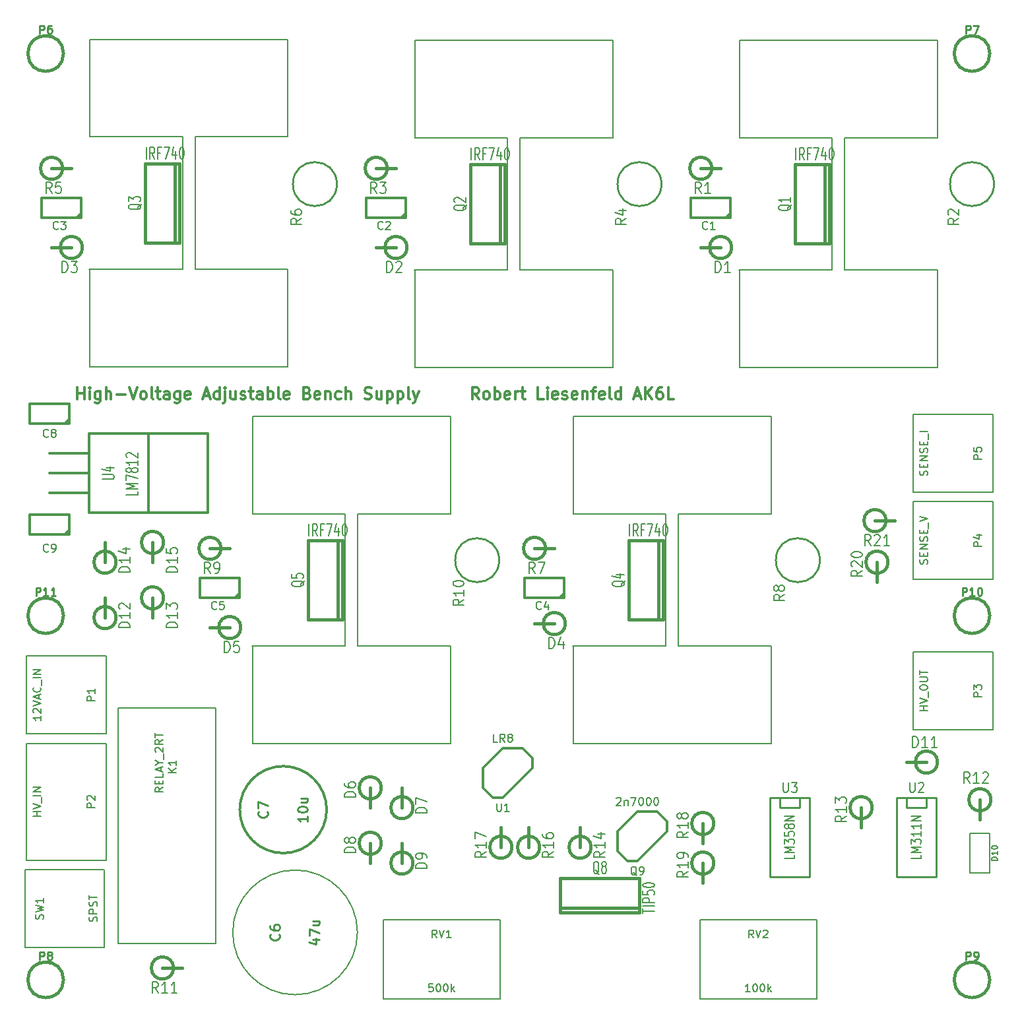
<source format=gto>
G04 (created by PCBNEW (2013-06-18 BZR 4216)-testing) date 12/22/2013 11:46:30 AM*
%MOIN*%
G04 Gerber Fmt 3.4, Leading zero omitted, Abs format*
%FSLAX34Y34*%
G01*
G70*
G90*
G04 APERTURE LIST*
%ADD10C,0.003937*%
%ADD11C,0.011811*%
%ADD12C,0.012000*%
%ADD13C,0.005906*%
%ADD14C,0.015000*%
%ADD15C,0.006000*%
%ADD16C,0.009843*%
%ADD17C,0.010000*%
%ADD18C,0.008000*%
G04 APERTURE END LIST*
G54D10*
G54D11*
X57689Y-32667D02*
X57492Y-32385D01*
X57352Y-32667D02*
X57352Y-32076D01*
X57577Y-32076D01*
X57633Y-32104D01*
X57661Y-32132D01*
X57689Y-32189D01*
X57689Y-32273D01*
X57661Y-32329D01*
X57633Y-32357D01*
X57577Y-32385D01*
X57352Y-32385D01*
X58027Y-32667D02*
X57970Y-32639D01*
X57942Y-32610D01*
X57914Y-32554D01*
X57914Y-32385D01*
X57942Y-32329D01*
X57970Y-32301D01*
X58027Y-32273D01*
X58111Y-32273D01*
X58167Y-32301D01*
X58195Y-32329D01*
X58223Y-32385D01*
X58223Y-32554D01*
X58195Y-32610D01*
X58167Y-32639D01*
X58111Y-32667D01*
X58027Y-32667D01*
X58477Y-32667D02*
X58477Y-32076D01*
X58477Y-32301D02*
X58533Y-32273D01*
X58645Y-32273D01*
X58702Y-32301D01*
X58730Y-32329D01*
X58758Y-32385D01*
X58758Y-32554D01*
X58730Y-32610D01*
X58702Y-32639D01*
X58645Y-32667D01*
X58533Y-32667D01*
X58477Y-32639D01*
X59236Y-32639D02*
X59180Y-32667D01*
X59067Y-32667D01*
X59011Y-32639D01*
X58983Y-32582D01*
X58983Y-32357D01*
X59011Y-32301D01*
X59067Y-32273D01*
X59180Y-32273D01*
X59236Y-32301D01*
X59264Y-32357D01*
X59264Y-32414D01*
X58983Y-32470D01*
X59517Y-32667D02*
X59517Y-32273D01*
X59517Y-32385D02*
X59545Y-32329D01*
X59573Y-32301D01*
X59630Y-32273D01*
X59686Y-32273D01*
X59798Y-32273D02*
X60023Y-32273D01*
X59883Y-32076D02*
X59883Y-32582D01*
X59911Y-32639D01*
X59967Y-32667D01*
X60023Y-32667D01*
X60951Y-32667D02*
X60670Y-32667D01*
X60670Y-32076D01*
X61148Y-32667D02*
X61148Y-32273D01*
X61148Y-32076D02*
X61120Y-32104D01*
X61148Y-32132D01*
X61176Y-32104D01*
X61148Y-32076D01*
X61148Y-32132D01*
X61654Y-32639D02*
X61598Y-32667D01*
X61486Y-32667D01*
X61429Y-32639D01*
X61401Y-32582D01*
X61401Y-32357D01*
X61429Y-32301D01*
X61486Y-32273D01*
X61598Y-32273D01*
X61654Y-32301D01*
X61682Y-32357D01*
X61682Y-32414D01*
X61401Y-32470D01*
X61907Y-32639D02*
X61964Y-32667D01*
X62076Y-32667D01*
X62132Y-32639D01*
X62160Y-32582D01*
X62160Y-32554D01*
X62132Y-32498D01*
X62076Y-32470D01*
X61992Y-32470D01*
X61935Y-32442D01*
X61907Y-32385D01*
X61907Y-32357D01*
X61935Y-32301D01*
X61992Y-32273D01*
X62076Y-32273D01*
X62132Y-32301D01*
X62639Y-32639D02*
X62582Y-32667D01*
X62470Y-32667D01*
X62414Y-32639D01*
X62385Y-32582D01*
X62385Y-32357D01*
X62414Y-32301D01*
X62470Y-32273D01*
X62582Y-32273D01*
X62639Y-32301D01*
X62667Y-32357D01*
X62667Y-32414D01*
X62385Y-32470D01*
X62920Y-32273D02*
X62920Y-32667D01*
X62920Y-32329D02*
X62948Y-32301D01*
X63004Y-32273D01*
X63088Y-32273D01*
X63145Y-32301D01*
X63173Y-32357D01*
X63173Y-32667D01*
X63370Y-32273D02*
X63595Y-32273D01*
X63454Y-32667D02*
X63454Y-32160D01*
X63482Y-32104D01*
X63538Y-32076D01*
X63595Y-32076D01*
X64016Y-32639D02*
X63960Y-32667D01*
X63848Y-32667D01*
X63792Y-32639D01*
X63763Y-32582D01*
X63763Y-32357D01*
X63792Y-32301D01*
X63848Y-32273D01*
X63960Y-32273D01*
X64016Y-32301D01*
X64045Y-32357D01*
X64045Y-32414D01*
X63763Y-32470D01*
X64382Y-32667D02*
X64326Y-32639D01*
X64298Y-32582D01*
X64298Y-32076D01*
X64860Y-32667D02*
X64860Y-32076D01*
X64860Y-32639D02*
X64804Y-32667D01*
X64691Y-32667D01*
X64635Y-32639D01*
X64607Y-32610D01*
X64579Y-32554D01*
X64579Y-32385D01*
X64607Y-32329D01*
X64635Y-32301D01*
X64691Y-32273D01*
X64804Y-32273D01*
X64860Y-32301D01*
X65563Y-32498D02*
X65844Y-32498D01*
X65507Y-32667D02*
X65704Y-32076D01*
X65901Y-32667D01*
X66097Y-32667D02*
X66097Y-32076D01*
X66435Y-32667D02*
X66182Y-32329D01*
X66435Y-32076D02*
X66097Y-32414D01*
X66941Y-32076D02*
X66829Y-32076D01*
X66772Y-32104D01*
X66744Y-32132D01*
X66688Y-32217D01*
X66660Y-32329D01*
X66660Y-32554D01*
X66688Y-32610D01*
X66716Y-32639D01*
X66772Y-32667D01*
X66885Y-32667D01*
X66941Y-32639D01*
X66969Y-32610D01*
X66997Y-32554D01*
X66997Y-32414D01*
X66969Y-32357D01*
X66941Y-32329D01*
X66885Y-32301D01*
X66772Y-32301D01*
X66716Y-32329D01*
X66688Y-32357D01*
X66660Y-32414D01*
X67532Y-32667D02*
X67250Y-32667D01*
X67250Y-32076D01*
X37408Y-32667D02*
X37408Y-32076D01*
X37408Y-32357D02*
X37746Y-32357D01*
X37746Y-32667D02*
X37746Y-32076D01*
X38027Y-32667D02*
X38027Y-32273D01*
X38027Y-32076D02*
X37999Y-32104D01*
X38027Y-32132D01*
X38055Y-32104D01*
X38027Y-32076D01*
X38027Y-32132D01*
X38561Y-32273D02*
X38561Y-32751D01*
X38533Y-32807D01*
X38505Y-32835D01*
X38449Y-32864D01*
X38365Y-32864D01*
X38308Y-32835D01*
X38561Y-32639D02*
X38505Y-32667D01*
X38393Y-32667D01*
X38336Y-32639D01*
X38308Y-32610D01*
X38280Y-32554D01*
X38280Y-32385D01*
X38308Y-32329D01*
X38336Y-32301D01*
X38393Y-32273D01*
X38505Y-32273D01*
X38561Y-32301D01*
X38843Y-32667D02*
X38843Y-32076D01*
X39096Y-32667D02*
X39096Y-32357D01*
X39068Y-32301D01*
X39011Y-32273D01*
X38927Y-32273D01*
X38871Y-32301D01*
X38843Y-32329D01*
X39377Y-32442D02*
X39827Y-32442D01*
X40024Y-32076D02*
X40221Y-32667D01*
X40417Y-32076D01*
X40699Y-32667D02*
X40642Y-32639D01*
X40614Y-32610D01*
X40586Y-32554D01*
X40586Y-32385D01*
X40614Y-32329D01*
X40642Y-32301D01*
X40699Y-32273D01*
X40783Y-32273D01*
X40839Y-32301D01*
X40867Y-32329D01*
X40895Y-32385D01*
X40895Y-32554D01*
X40867Y-32610D01*
X40839Y-32639D01*
X40783Y-32667D01*
X40699Y-32667D01*
X41233Y-32667D02*
X41177Y-32639D01*
X41149Y-32582D01*
X41149Y-32076D01*
X41374Y-32273D02*
X41598Y-32273D01*
X41458Y-32076D02*
X41458Y-32582D01*
X41486Y-32639D01*
X41542Y-32667D01*
X41598Y-32667D01*
X42048Y-32667D02*
X42048Y-32357D01*
X42020Y-32301D01*
X41964Y-32273D01*
X41852Y-32273D01*
X41795Y-32301D01*
X42048Y-32639D02*
X41992Y-32667D01*
X41852Y-32667D01*
X41795Y-32639D01*
X41767Y-32582D01*
X41767Y-32526D01*
X41795Y-32470D01*
X41852Y-32442D01*
X41992Y-32442D01*
X42048Y-32414D01*
X42583Y-32273D02*
X42583Y-32751D01*
X42555Y-32807D01*
X42526Y-32835D01*
X42470Y-32864D01*
X42386Y-32864D01*
X42330Y-32835D01*
X42583Y-32639D02*
X42526Y-32667D01*
X42414Y-32667D01*
X42358Y-32639D01*
X42330Y-32610D01*
X42302Y-32554D01*
X42302Y-32385D01*
X42330Y-32329D01*
X42358Y-32301D01*
X42414Y-32273D01*
X42526Y-32273D01*
X42583Y-32301D01*
X43089Y-32639D02*
X43033Y-32667D01*
X42920Y-32667D01*
X42864Y-32639D01*
X42836Y-32582D01*
X42836Y-32357D01*
X42864Y-32301D01*
X42920Y-32273D01*
X43033Y-32273D01*
X43089Y-32301D01*
X43117Y-32357D01*
X43117Y-32414D01*
X42836Y-32470D01*
X43792Y-32498D02*
X44073Y-32498D01*
X43736Y-32667D02*
X43933Y-32076D01*
X44129Y-32667D01*
X44579Y-32667D02*
X44579Y-32076D01*
X44579Y-32639D02*
X44523Y-32667D01*
X44411Y-32667D01*
X44354Y-32639D01*
X44326Y-32610D01*
X44298Y-32554D01*
X44298Y-32385D01*
X44326Y-32329D01*
X44354Y-32301D01*
X44411Y-32273D01*
X44523Y-32273D01*
X44579Y-32301D01*
X44861Y-32273D02*
X44861Y-32779D01*
X44832Y-32835D01*
X44776Y-32864D01*
X44748Y-32864D01*
X44861Y-32076D02*
X44832Y-32104D01*
X44861Y-32132D01*
X44889Y-32104D01*
X44861Y-32076D01*
X44861Y-32132D01*
X45395Y-32273D02*
X45395Y-32667D01*
X45142Y-32273D02*
X45142Y-32582D01*
X45170Y-32639D01*
X45226Y-32667D01*
X45311Y-32667D01*
X45367Y-32639D01*
X45395Y-32610D01*
X45648Y-32639D02*
X45704Y-32667D01*
X45817Y-32667D01*
X45873Y-32639D01*
X45901Y-32582D01*
X45901Y-32554D01*
X45873Y-32498D01*
X45817Y-32470D01*
X45732Y-32470D01*
X45676Y-32442D01*
X45648Y-32385D01*
X45648Y-32357D01*
X45676Y-32301D01*
X45732Y-32273D01*
X45817Y-32273D01*
X45873Y-32301D01*
X46070Y-32273D02*
X46295Y-32273D01*
X46154Y-32076D02*
X46154Y-32582D01*
X46182Y-32639D01*
X46239Y-32667D01*
X46295Y-32667D01*
X46745Y-32667D02*
X46745Y-32357D01*
X46717Y-32301D01*
X46660Y-32273D01*
X46548Y-32273D01*
X46492Y-32301D01*
X46745Y-32639D02*
X46688Y-32667D01*
X46548Y-32667D01*
X46492Y-32639D01*
X46464Y-32582D01*
X46464Y-32526D01*
X46492Y-32470D01*
X46548Y-32442D01*
X46688Y-32442D01*
X46745Y-32414D01*
X47026Y-32667D02*
X47026Y-32076D01*
X47026Y-32301D02*
X47082Y-32273D01*
X47195Y-32273D01*
X47251Y-32301D01*
X47279Y-32329D01*
X47307Y-32385D01*
X47307Y-32554D01*
X47279Y-32610D01*
X47251Y-32639D01*
X47195Y-32667D01*
X47082Y-32667D01*
X47026Y-32639D01*
X47645Y-32667D02*
X47588Y-32639D01*
X47560Y-32582D01*
X47560Y-32076D01*
X48095Y-32639D02*
X48038Y-32667D01*
X47926Y-32667D01*
X47870Y-32639D01*
X47841Y-32582D01*
X47841Y-32357D01*
X47870Y-32301D01*
X47926Y-32273D01*
X48038Y-32273D01*
X48095Y-32301D01*
X48123Y-32357D01*
X48123Y-32414D01*
X47841Y-32470D01*
X49023Y-32357D02*
X49107Y-32385D01*
X49135Y-32414D01*
X49163Y-32470D01*
X49163Y-32554D01*
X49135Y-32610D01*
X49107Y-32639D01*
X49051Y-32667D01*
X48826Y-32667D01*
X48826Y-32076D01*
X49023Y-32076D01*
X49079Y-32104D01*
X49107Y-32132D01*
X49135Y-32189D01*
X49135Y-32245D01*
X49107Y-32301D01*
X49079Y-32329D01*
X49023Y-32357D01*
X48826Y-32357D01*
X49641Y-32639D02*
X49585Y-32667D01*
X49473Y-32667D01*
X49416Y-32639D01*
X49388Y-32582D01*
X49388Y-32357D01*
X49416Y-32301D01*
X49473Y-32273D01*
X49585Y-32273D01*
X49641Y-32301D01*
X49669Y-32357D01*
X49669Y-32414D01*
X49388Y-32470D01*
X49922Y-32273D02*
X49922Y-32667D01*
X49922Y-32329D02*
X49951Y-32301D01*
X50007Y-32273D01*
X50091Y-32273D01*
X50147Y-32301D01*
X50176Y-32357D01*
X50176Y-32667D01*
X50710Y-32639D02*
X50654Y-32667D01*
X50541Y-32667D01*
X50485Y-32639D01*
X50457Y-32610D01*
X50429Y-32554D01*
X50429Y-32385D01*
X50457Y-32329D01*
X50485Y-32301D01*
X50541Y-32273D01*
X50654Y-32273D01*
X50710Y-32301D01*
X50963Y-32667D02*
X50963Y-32076D01*
X51216Y-32667D02*
X51216Y-32357D01*
X51188Y-32301D01*
X51132Y-32273D01*
X51047Y-32273D01*
X50991Y-32301D01*
X50963Y-32329D01*
X51919Y-32639D02*
X52003Y-32667D01*
X52144Y-32667D01*
X52200Y-32639D01*
X52228Y-32610D01*
X52257Y-32554D01*
X52257Y-32498D01*
X52228Y-32442D01*
X52200Y-32414D01*
X52144Y-32385D01*
X52032Y-32357D01*
X51975Y-32329D01*
X51947Y-32301D01*
X51919Y-32245D01*
X51919Y-32189D01*
X51947Y-32132D01*
X51975Y-32104D01*
X52032Y-32076D01*
X52172Y-32076D01*
X52257Y-32104D01*
X52763Y-32273D02*
X52763Y-32667D01*
X52510Y-32273D02*
X52510Y-32582D01*
X52538Y-32639D01*
X52594Y-32667D01*
X52678Y-32667D01*
X52735Y-32639D01*
X52763Y-32610D01*
X53044Y-32273D02*
X53044Y-32864D01*
X53044Y-32301D02*
X53100Y-32273D01*
X53213Y-32273D01*
X53269Y-32301D01*
X53297Y-32329D01*
X53325Y-32385D01*
X53325Y-32554D01*
X53297Y-32610D01*
X53269Y-32639D01*
X53213Y-32667D01*
X53100Y-32667D01*
X53044Y-32639D01*
X53578Y-32273D02*
X53578Y-32864D01*
X53578Y-32301D02*
X53634Y-32273D01*
X53747Y-32273D01*
X53803Y-32301D01*
X53831Y-32329D01*
X53859Y-32385D01*
X53859Y-32554D01*
X53831Y-32610D01*
X53803Y-32639D01*
X53747Y-32667D01*
X53634Y-32667D01*
X53578Y-32639D01*
X54197Y-32667D02*
X54141Y-32639D01*
X54113Y-32582D01*
X54113Y-32076D01*
X54366Y-32273D02*
X54506Y-32667D01*
X54647Y-32273D02*
X54506Y-32667D01*
X54450Y-32807D01*
X54422Y-32835D01*
X54366Y-32864D01*
G54D12*
X70380Y-23500D02*
X68400Y-23500D01*
X68400Y-23500D02*
X68400Y-22500D01*
X68400Y-22500D02*
X70400Y-22500D01*
X70400Y-22500D02*
X70400Y-23500D01*
X70400Y-23250D02*
X70150Y-23500D01*
X53980Y-23500D02*
X52000Y-23500D01*
X52000Y-23500D02*
X52000Y-22500D01*
X52000Y-22500D02*
X54000Y-22500D01*
X54000Y-22500D02*
X54000Y-23500D01*
X54000Y-23250D02*
X53750Y-23500D01*
X37580Y-23500D02*
X35600Y-23500D01*
X35600Y-23500D02*
X35600Y-22500D01*
X35600Y-22500D02*
X37600Y-22500D01*
X37600Y-22500D02*
X37600Y-23500D01*
X37600Y-23250D02*
X37350Y-23500D01*
X61980Y-42700D02*
X60000Y-42700D01*
X60000Y-42700D02*
X60000Y-41700D01*
X60000Y-41700D02*
X62000Y-41700D01*
X62000Y-41700D02*
X62000Y-42700D01*
X62000Y-42450D02*
X61750Y-42700D01*
X45580Y-42700D02*
X43600Y-42700D01*
X43600Y-42700D02*
X43600Y-41700D01*
X43600Y-41700D02*
X45600Y-41700D01*
X45600Y-41700D02*
X45600Y-42700D01*
X45600Y-42450D02*
X45350Y-42700D01*
G54D13*
X51549Y-59600D02*
G75*
G03X51549Y-59600I-3149J0D01*
G74*
G01*
G54D12*
X49995Y-53400D02*
G75*
G03X49995Y-53400I-2195J0D01*
G74*
G01*
X36980Y-33900D02*
X35000Y-33900D01*
X35000Y-33900D02*
X35000Y-32900D01*
X35000Y-32900D02*
X37000Y-32900D01*
X37000Y-32900D02*
X37000Y-33900D01*
X37000Y-33650D02*
X36750Y-33900D01*
X36980Y-39500D02*
X35000Y-39500D01*
X35000Y-39500D02*
X35000Y-38500D01*
X35000Y-38500D02*
X37000Y-38500D01*
X37000Y-38500D02*
X37000Y-39500D01*
X37000Y-39250D02*
X36750Y-39500D01*
G54D14*
X69900Y-25000D02*
X68900Y-25000D01*
X70459Y-25000D02*
G75*
G03X70459Y-25000I-559J0D01*
G74*
G01*
X53500Y-25000D02*
X52500Y-25000D01*
X54059Y-25000D02*
G75*
G03X54059Y-25000I-559J0D01*
G74*
G01*
X37100Y-25000D02*
X36100Y-25000D01*
X37659Y-25000D02*
G75*
G03X37659Y-25000I-559J0D01*
G74*
G01*
X61500Y-44000D02*
X60500Y-44000D01*
X62059Y-44000D02*
G75*
G03X62059Y-44000I-559J0D01*
G74*
G01*
X45100Y-44200D02*
X44100Y-44200D01*
X45659Y-44200D02*
G75*
G03X45659Y-44200I-559J0D01*
G74*
G01*
G54D15*
X82500Y-54600D02*
X83500Y-54600D01*
X83500Y-54600D02*
X83500Y-56600D01*
X83500Y-56600D02*
X82500Y-56600D01*
X82500Y-56600D02*
X82500Y-54600D01*
G54D14*
X80300Y-51000D02*
X79300Y-51000D01*
X80859Y-51000D02*
G75*
G03X80859Y-51000I-559J0D01*
G74*
G01*
G54D13*
X39462Y-60176D02*
X39462Y-48247D01*
X39462Y-48247D02*
X44384Y-48247D01*
X44384Y-48247D02*
X44384Y-60176D01*
X44384Y-60176D02*
X39462Y-60176D01*
X38847Y-49568D02*
X34870Y-49568D01*
X38847Y-45631D02*
X38847Y-49568D01*
X34831Y-45631D02*
X38847Y-45631D01*
X34831Y-49568D02*
X34831Y-45631D01*
X34831Y-49568D02*
X34831Y-45631D01*
X34831Y-45631D02*
X38847Y-45631D01*
X38847Y-45631D02*
X38847Y-49568D01*
X38847Y-49568D02*
X34870Y-49568D01*
X34831Y-52015D02*
X34831Y-50047D01*
X34831Y-50047D02*
X38847Y-50047D01*
X38847Y-50047D02*
X38847Y-52015D01*
X38847Y-55952D02*
X34870Y-55952D01*
X38847Y-52015D02*
X38847Y-55952D01*
X34831Y-55952D02*
X34831Y-52015D01*
X34831Y-55952D02*
X34831Y-52015D01*
X38847Y-52015D02*
X38847Y-55952D01*
X38847Y-55952D02*
X34870Y-55952D01*
X83647Y-49368D02*
X79670Y-49368D01*
X83647Y-45431D02*
X83647Y-49368D01*
X79631Y-45431D02*
X83647Y-45431D01*
X79631Y-49368D02*
X79631Y-45431D01*
X79631Y-49368D02*
X79631Y-45431D01*
X79631Y-45431D02*
X83647Y-45431D01*
X83647Y-45431D02*
X83647Y-49368D01*
X83647Y-49368D02*
X79670Y-49368D01*
X83647Y-41768D02*
X79670Y-41768D01*
X83647Y-37831D02*
X83647Y-41768D01*
X79631Y-37831D02*
X83647Y-37831D01*
X79631Y-41768D02*
X79631Y-37831D01*
X79631Y-41768D02*
X79631Y-37831D01*
X79631Y-37831D02*
X83647Y-37831D01*
X83647Y-37831D02*
X83647Y-41768D01*
X83647Y-41768D02*
X79670Y-41768D01*
X83647Y-37368D02*
X79670Y-37368D01*
X83647Y-33431D02*
X83647Y-37368D01*
X79631Y-33431D02*
X83647Y-33431D01*
X79631Y-37368D02*
X79631Y-33431D01*
X79631Y-37368D02*
X79631Y-33431D01*
X79631Y-33431D02*
X83647Y-33431D01*
X83647Y-33431D02*
X83647Y-37368D01*
X83647Y-37368D02*
X79670Y-37368D01*
G54D14*
X36700Y-15200D02*
G75*
G03X36700Y-15200I-900J0D01*
G74*
G01*
X83500Y-15200D02*
G75*
G03X83500Y-15200I-900J0D01*
G74*
G01*
X36700Y-62000D02*
G75*
G03X36700Y-62000I-900J0D01*
G74*
G01*
X83500Y-62000D02*
G75*
G03X83500Y-62000I-900J0D01*
G74*
G01*
X83500Y-43600D02*
G75*
G03X83500Y-43600I-900J0D01*
G74*
G01*
X36700Y-43600D02*
G75*
G03X36700Y-43600I-900J0D01*
G74*
G01*
X65800Y-58350D02*
X65800Y-58600D01*
X65800Y-58600D02*
X61800Y-58600D01*
X61800Y-58600D02*
X61800Y-58350D01*
X65800Y-56850D02*
X65800Y-58350D01*
X65800Y-58350D02*
X61800Y-58350D01*
X61800Y-58350D02*
X61800Y-56850D01*
X61800Y-56850D02*
X65800Y-56850D01*
X68900Y-21000D02*
X69900Y-21000D01*
X69459Y-21000D02*
G75*
G03X69459Y-21000I-559J0D01*
G74*
G01*
G54D16*
X83712Y-21796D02*
G75*
G03X83712Y-21796I-1112J0D01*
G74*
G01*
G54D14*
X52500Y-21000D02*
X53500Y-21000D01*
X53059Y-21000D02*
G75*
G03X53059Y-21000I-559J0D01*
G74*
G01*
G54D16*
X66912Y-21796D02*
G75*
G03X66912Y-21796I-1112J0D01*
G74*
G01*
G54D14*
X36100Y-21000D02*
X37100Y-21000D01*
X36659Y-21000D02*
G75*
G03X36659Y-21000I-559J0D01*
G74*
G01*
G54D16*
X50512Y-21796D02*
G75*
G03X50512Y-21796I-1112J0D01*
G74*
G01*
G54D14*
X60500Y-40200D02*
X61500Y-40200D01*
X61059Y-40200D02*
G75*
G03X61059Y-40200I-559J0D01*
G74*
G01*
G54D16*
X74912Y-40796D02*
G75*
G03X74912Y-40796I-1112J0D01*
G74*
G01*
G54D14*
X44100Y-40200D02*
X45100Y-40200D01*
X44659Y-40200D02*
G75*
G03X44659Y-40200I-559J0D01*
G74*
G01*
G54D16*
X58712Y-40796D02*
G75*
G03X58712Y-40796I-1112J0D01*
G74*
G01*
G54D14*
X41700Y-61400D02*
X42700Y-61400D01*
X42259Y-61400D02*
G75*
G03X42259Y-61400I-559J0D01*
G74*
G01*
X83000Y-52900D02*
X83000Y-53900D01*
X83559Y-52900D02*
G75*
G03X83559Y-52900I-559J0D01*
G74*
G01*
X77000Y-53300D02*
X77000Y-54300D01*
X77559Y-53300D02*
G75*
G03X77559Y-53300I-559J0D01*
G74*
G01*
X62800Y-55300D02*
X62800Y-54300D01*
X63359Y-55300D02*
G75*
G03X63359Y-55300I-559J0D01*
G74*
G01*
X60200Y-55300D02*
X60200Y-54300D01*
X60759Y-55300D02*
G75*
G03X60759Y-55300I-559J0D01*
G74*
G01*
X58800Y-55300D02*
X58800Y-54300D01*
X59359Y-55300D02*
G75*
G03X59359Y-55300I-559J0D01*
G74*
G01*
X69000Y-54100D02*
X69000Y-55100D01*
X69559Y-54100D02*
G75*
G03X69559Y-54100I-559J0D01*
G74*
G01*
X69000Y-56100D02*
X69000Y-57100D01*
X69559Y-56100D02*
G75*
G03X69559Y-56100I-559J0D01*
G74*
G01*
X77800Y-40900D02*
X77800Y-41900D01*
X78359Y-40900D02*
G75*
G03X78359Y-40900I-559J0D01*
G74*
G01*
X77700Y-38800D02*
X78700Y-38800D01*
X78259Y-38800D02*
G75*
G03X78259Y-38800I-559J0D01*
G74*
G01*
G54D13*
X54815Y-62968D02*
X52847Y-62968D01*
X52847Y-62968D02*
X52847Y-58952D01*
X52847Y-58952D02*
X54815Y-58952D01*
X58752Y-58952D02*
X58752Y-62929D01*
X54815Y-58952D02*
X58752Y-58952D01*
X58752Y-62968D02*
X54815Y-62968D01*
X58752Y-62968D02*
X54815Y-62968D01*
X54815Y-58952D02*
X58752Y-58952D01*
X58752Y-58952D02*
X58752Y-62929D01*
X70815Y-62968D02*
X68847Y-62968D01*
X68847Y-62968D02*
X68847Y-58952D01*
X68847Y-58952D02*
X70815Y-58952D01*
X74752Y-58952D02*
X74752Y-62929D01*
X70815Y-58952D02*
X74752Y-58952D01*
X74752Y-62968D02*
X70815Y-62968D01*
X74752Y-62968D02*
X70815Y-62968D01*
X70815Y-58952D02*
X74752Y-58952D01*
X74752Y-58952D02*
X74752Y-62929D01*
X34752Y-56431D02*
X38729Y-56431D01*
X34752Y-60368D02*
X34752Y-56431D01*
X38768Y-60368D02*
X34752Y-60368D01*
X38768Y-56431D02*
X38768Y-60368D01*
X38768Y-56431D02*
X38768Y-60368D01*
X38768Y-60368D02*
X34752Y-60368D01*
X34752Y-60368D02*
X34752Y-56431D01*
X34752Y-56431D02*
X38729Y-56431D01*
G54D12*
X58900Y-52800D02*
X60400Y-51300D01*
X60400Y-51300D02*
X60400Y-50800D01*
X60400Y-50800D02*
X59900Y-50300D01*
X59900Y-50300D02*
X58900Y-50300D01*
X58900Y-50300D02*
X57900Y-51300D01*
X57900Y-51300D02*
X57900Y-52300D01*
X57900Y-52300D02*
X58400Y-52800D01*
X58400Y-52800D02*
X58900Y-52800D01*
G54D17*
X80300Y-52800D02*
X80300Y-53300D01*
X80300Y-53300D02*
X79300Y-53300D01*
X79300Y-53300D02*
X79300Y-52800D01*
X80800Y-52800D02*
X80800Y-56800D01*
X80800Y-56800D02*
X78800Y-56800D01*
X78800Y-56800D02*
X78800Y-52800D01*
X78800Y-52800D02*
X80800Y-52800D01*
X73900Y-52800D02*
X73900Y-53300D01*
X73900Y-53300D02*
X72900Y-53300D01*
X72900Y-53300D02*
X72900Y-52800D01*
X74400Y-52800D02*
X74400Y-56800D01*
X74400Y-56800D02*
X72400Y-56800D01*
X72400Y-56800D02*
X72400Y-52800D01*
X72400Y-52800D02*
X74400Y-52800D01*
G54D14*
X52200Y-52300D02*
X52200Y-53300D01*
X52759Y-52300D02*
G75*
G03X52759Y-52300I-559J0D01*
G74*
G01*
X41200Y-39900D02*
X41200Y-40900D01*
X41759Y-39900D02*
G75*
G03X41759Y-39900I-559J0D01*
G74*
G01*
X38800Y-40900D02*
X38800Y-39900D01*
X39359Y-40900D02*
G75*
G03X39359Y-40900I-559J0D01*
G74*
G01*
X41200Y-42700D02*
X41200Y-43700D01*
X41759Y-42700D02*
G75*
G03X41759Y-42700I-559J0D01*
G74*
G01*
X38800Y-43700D02*
X38800Y-42700D01*
X39359Y-43700D02*
G75*
G03X39359Y-43700I-559J0D01*
G74*
G01*
X53800Y-56100D02*
X53800Y-55100D01*
X54359Y-56100D02*
G75*
G03X54359Y-56100I-559J0D01*
G74*
G01*
X52200Y-55100D02*
X52200Y-56100D01*
X52759Y-55100D02*
G75*
G03X52759Y-55100I-559J0D01*
G74*
G01*
X53800Y-53300D02*
X53800Y-52300D01*
X54359Y-53300D02*
G75*
G03X54359Y-53300I-559J0D01*
G74*
G01*
G54D12*
X65700Y-56000D02*
X67200Y-54500D01*
X67200Y-54500D02*
X67200Y-54000D01*
X67200Y-54000D02*
X66700Y-53500D01*
X66700Y-53500D02*
X65700Y-53500D01*
X65700Y-53500D02*
X64700Y-54500D01*
X64700Y-54500D02*
X64700Y-55500D01*
X64700Y-55500D02*
X65200Y-56000D01*
X65200Y-56000D02*
X65700Y-56000D01*
X36000Y-35400D02*
X38000Y-35400D01*
X36000Y-36400D02*
X38000Y-36400D01*
X36000Y-37400D02*
X38000Y-37400D01*
X38000Y-34900D02*
X38000Y-38400D01*
X38000Y-38400D02*
X44000Y-38400D01*
X44000Y-38400D02*
X44000Y-34400D01*
X38000Y-34900D02*
X38000Y-34400D01*
X41000Y-37900D02*
X41000Y-34400D01*
X41000Y-37900D02*
X41000Y-38400D01*
X38000Y-34400D02*
X44000Y-34400D01*
G54D13*
X46256Y-45146D02*
X46256Y-50067D01*
X46256Y-50067D02*
X56256Y-50067D01*
X56256Y-50067D02*
X56256Y-45146D01*
X56256Y-45146D02*
X51571Y-45146D01*
X51571Y-45146D02*
X51571Y-38453D01*
X51571Y-38453D02*
X56256Y-38453D01*
X56256Y-38453D02*
X56256Y-33532D01*
X56256Y-33532D02*
X46256Y-33532D01*
X46256Y-33532D02*
X46256Y-38453D01*
X46256Y-38453D02*
X50941Y-38453D01*
X50941Y-38453D02*
X50941Y-45146D01*
X50902Y-45146D02*
X46217Y-45146D01*
G54D14*
X50550Y-39800D02*
X50800Y-39800D01*
X50800Y-39800D02*
X50800Y-43800D01*
X50800Y-43800D02*
X50550Y-43800D01*
X49050Y-39800D02*
X50550Y-39800D01*
X50550Y-39800D02*
X50550Y-43800D01*
X50550Y-43800D02*
X49050Y-43800D01*
X49050Y-43800D02*
X49050Y-39800D01*
G54D13*
X62456Y-45146D02*
X62456Y-50067D01*
X62456Y-50067D02*
X72456Y-50067D01*
X72456Y-50067D02*
X72456Y-45146D01*
X72456Y-45146D02*
X67771Y-45146D01*
X67771Y-45146D02*
X67771Y-38453D01*
X67771Y-38453D02*
X72456Y-38453D01*
X72456Y-38453D02*
X72456Y-33532D01*
X72456Y-33532D02*
X62456Y-33532D01*
X62456Y-33532D02*
X62456Y-38453D01*
X62456Y-38453D02*
X67141Y-38453D01*
X67141Y-38453D02*
X67141Y-45146D01*
X67102Y-45146D02*
X62417Y-45146D01*
G54D14*
X66750Y-39800D02*
X67000Y-39800D01*
X67000Y-39800D02*
X67000Y-43800D01*
X67000Y-43800D02*
X66750Y-43800D01*
X65250Y-39800D02*
X66750Y-39800D01*
X66750Y-39800D02*
X66750Y-43800D01*
X66750Y-43800D02*
X65250Y-43800D01*
X65250Y-43800D02*
X65250Y-39800D01*
G54D13*
X38031Y-26102D02*
X38031Y-31023D01*
X38031Y-31023D02*
X48031Y-31023D01*
X48031Y-31023D02*
X48031Y-26102D01*
X48031Y-26102D02*
X43346Y-26102D01*
X43346Y-26102D02*
X43346Y-19409D01*
X43346Y-19409D02*
X48031Y-19409D01*
X48031Y-19409D02*
X48031Y-14488D01*
X48031Y-14488D02*
X38031Y-14488D01*
X38031Y-14488D02*
X38031Y-19409D01*
X38031Y-19409D02*
X42716Y-19409D01*
X42716Y-19409D02*
X42716Y-26102D01*
X42677Y-26102D02*
X37992Y-26102D01*
G54D14*
X42324Y-20755D02*
X42574Y-20755D01*
X42574Y-20755D02*
X42574Y-24755D01*
X42574Y-24755D02*
X42324Y-24755D01*
X40824Y-20755D02*
X42324Y-20755D01*
X42324Y-20755D02*
X42324Y-24755D01*
X42324Y-24755D02*
X40824Y-24755D01*
X40824Y-24755D02*
X40824Y-20755D01*
G54D13*
X54456Y-26146D02*
X54456Y-31067D01*
X54456Y-31067D02*
X64456Y-31067D01*
X64456Y-31067D02*
X64456Y-26146D01*
X64456Y-26146D02*
X59771Y-26146D01*
X59771Y-26146D02*
X59771Y-19453D01*
X59771Y-19453D02*
X64456Y-19453D01*
X64456Y-19453D02*
X64456Y-14532D01*
X64456Y-14532D02*
X54456Y-14532D01*
X54456Y-14532D02*
X54456Y-19453D01*
X54456Y-19453D02*
X59141Y-19453D01*
X59141Y-19453D02*
X59141Y-26146D01*
X59102Y-26146D02*
X54417Y-26146D01*
G54D14*
X58750Y-20800D02*
X59000Y-20800D01*
X59000Y-20800D02*
X59000Y-24800D01*
X59000Y-24800D02*
X58750Y-24800D01*
X57250Y-20800D02*
X58750Y-20800D01*
X58750Y-20800D02*
X58750Y-24800D01*
X58750Y-24800D02*
X57250Y-24800D01*
X57250Y-24800D02*
X57250Y-20800D01*
G54D13*
X70856Y-26146D02*
X70856Y-31067D01*
X70856Y-31067D02*
X80856Y-31067D01*
X80856Y-31067D02*
X80856Y-26146D01*
X80856Y-26146D02*
X76171Y-26146D01*
X76171Y-26146D02*
X76171Y-19453D01*
X76171Y-19453D02*
X80856Y-19453D01*
X80856Y-19453D02*
X80856Y-14532D01*
X80856Y-14532D02*
X70856Y-14532D01*
X70856Y-14532D02*
X70856Y-19453D01*
X70856Y-19453D02*
X75541Y-19453D01*
X75541Y-19453D02*
X75541Y-26146D01*
X75502Y-26146D02*
X70817Y-26146D01*
G54D14*
X75150Y-20800D02*
X75400Y-20800D01*
X75400Y-20800D02*
X75400Y-24800D01*
X75400Y-24800D02*
X75150Y-24800D01*
X73650Y-20800D02*
X75150Y-20800D01*
X75150Y-20800D02*
X75150Y-24800D01*
X75150Y-24800D02*
X73650Y-24800D01*
X73650Y-24800D02*
X73650Y-20800D01*
G54D18*
X69233Y-24042D02*
X69214Y-24061D01*
X69157Y-24080D01*
X69119Y-24080D01*
X69061Y-24061D01*
X69023Y-24023D01*
X69004Y-23985D01*
X68985Y-23909D01*
X68985Y-23852D01*
X69004Y-23776D01*
X69023Y-23738D01*
X69061Y-23700D01*
X69119Y-23680D01*
X69157Y-23680D01*
X69214Y-23700D01*
X69233Y-23719D01*
X69614Y-24080D02*
X69385Y-24080D01*
X69500Y-24080D02*
X69500Y-23680D01*
X69461Y-23738D01*
X69423Y-23776D01*
X69385Y-23795D01*
X52833Y-24042D02*
X52814Y-24061D01*
X52757Y-24080D01*
X52719Y-24080D01*
X52661Y-24061D01*
X52623Y-24023D01*
X52604Y-23985D01*
X52585Y-23909D01*
X52585Y-23852D01*
X52604Y-23776D01*
X52623Y-23738D01*
X52661Y-23700D01*
X52719Y-23680D01*
X52757Y-23680D01*
X52814Y-23700D01*
X52833Y-23719D01*
X52985Y-23719D02*
X53004Y-23700D01*
X53042Y-23680D01*
X53138Y-23680D01*
X53176Y-23700D01*
X53195Y-23719D01*
X53214Y-23757D01*
X53214Y-23795D01*
X53195Y-23852D01*
X52966Y-24080D01*
X53214Y-24080D01*
X36433Y-24042D02*
X36414Y-24061D01*
X36357Y-24080D01*
X36319Y-24080D01*
X36261Y-24061D01*
X36223Y-24023D01*
X36204Y-23985D01*
X36185Y-23909D01*
X36185Y-23852D01*
X36204Y-23776D01*
X36223Y-23738D01*
X36261Y-23700D01*
X36319Y-23680D01*
X36357Y-23680D01*
X36414Y-23700D01*
X36433Y-23719D01*
X36566Y-23680D02*
X36814Y-23680D01*
X36680Y-23833D01*
X36738Y-23833D01*
X36776Y-23852D01*
X36795Y-23871D01*
X36814Y-23909D01*
X36814Y-24004D01*
X36795Y-24042D01*
X36776Y-24061D01*
X36738Y-24080D01*
X36623Y-24080D01*
X36585Y-24061D01*
X36566Y-24042D01*
X60833Y-43242D02*
X60814Y-43261D01*
X60757Y-43280D01*
X60719Y-43280D01*
X60661Y-43261D01*
X60623Y-43223D01*
X60604Y-43185D01*
X60585Y-43109D01*
X60585Y-43052D01*
X60604Y-42976D01*
X60623Y-42938D01*
X60661Y-42900D01*
X60719Y-42880D01*
X60757Y-42880D01*
X60814Y-42900D01*
X60833Y-42919D01*
X61176Y-43014D02*
X61176Y-43280D01*
X61080Y-42861D02*
X60985Y-43147D01*
X61233Y-43147D01*
X44433Y-43242D02*
X44414Y-43261D01*
X44357Y-43280D01*
X44319Y-43280D01*
X44261Y-43261D01*
X44223Y-43223D01*
X44204Y-43185D01*
X44185Y-43109D01*
X44185Y-43052D01*
X44204Y-42976D01*
X44223Y-42938D01*
X44261Y-42900D01*
X44319Y-42880D01*
X44357Y-42880D01*
X44414Y-42900D01*
X44433Y-42919D01*
X44795Y-42880D02*
X44604Y-42880D01*
X44585Y-43071D01*
X44604Y-43052D01*
X44642Y-43033D01*
X44738Y-43033D01*
X44776Y-43052D01*
X44795Y-43071D01*
X44814Y-43109D01*
X44814Y-43204D01*
X44795Y-43242D01*
X44776Y-43261D01*
X44738Y-43280D01*
X44642Y-43280D01*
X44604Y-43261D01*
X44585Y-43242D01*
G54D17*
X47578Y-59683D02*
X47602Y-59707D01*
X47626Y-59778D01*
X47626Y-59826D01*
X47602Y-59897D01*
X47554Y-59945D01*
X47507Y-59969D01*
X47411Y-59992D01*
X47340Y-59992D01*
X47245Y-59969D01*
X47197Y-59945D01*
X47150Y-59897D01*
X47126Y-59826D01*
X47126Y-59778D01*
X47150Y-59707D01*
X47173Y-59683D01*
X47126Y-59254D02*
X47126Y-59350D01*
X47150Y-59397D01*
X47173Y-59421D01*
X47245Y-59469D01*
X47340Y-59492D01*
X47530Y-59492D01*
X47578Y-59469D01*
X47602Y-59445D01*
X47626Y-59397D01*
X47626Y-59302D01*
X47602Y-59254D01*
X47578Y-59230D01*
X47530Y-59207D01*
X47411Y-59207D01*
X47364Y-59230D01*
X47340Y-59254D01*
X47316Y-59302D01*
X47316Y-59397D01*
X47340Y-59445D01*
X47364Y-59469D01*
X47411Y-59492D01*
X49292Y-59969D02*
X49626Y-59969D01*
X49102Y-60088D02*
X49459Y-60207D01*
X49459Y-59897D01*
X49126Y-59754D02*
X49126Y-59421D01*
X49626Y-59635D01*
X49292Y-59016D02*
X49626Y-59016D01*
X49292Y-59230D02*
X49554Y-59230D01*
X49602Y-59207D01*
X49626Y-59159D01*
X49626Y-59088D01*
X49602Y-59040D01*
X49578Y-59016D01*
X46978Y-53483D02*
X47002Y-53507D01*
X47026Y-53578D01*
X47026Y-53626D01*
X47002Y-53697D01*
X46954Y-53745D01*
X46907Y-53769D01*
X46811Y-53792D01*
X46740Y-53792D01*
X46645Y-53769D01*
X46597Y-53745D01*
X46550Y-53697D01*
X46526Y-53626D01*
X46526Y-53578D01*
X46550Y-53507D01*
X46573Y-53483D01*
X46526Y-53316D02*
X46526Y-52983D01*
X47026Y-53197D01*
X49026Y-53721D02*
X49026Y-54007D01*
X49026Y-53864D02*
X48526Y-53864D01*
X48597Y-53911D01*
X48645Y-53959D01*
X48669Y-54007D01*
X48526Y-53411D02*
X48526Y-53364D01*
X48550Y-53316D01*
X48573Y-53292D01*
X48621Y-53269D01*
X48716Y-53245D01*
X48835Y-53245D01*
X48930Y-53269D01*
X48978Y-53292D01*
X49002Y-53316D01*
X49026Y-53364D01*
X49026Y-53411D01*
X49002Y-53459D01*
X48978Y-53483D01*
X48930Y-53507D01*
X48835Y-53530D01*
X48716Y-53530D01*
X48621Y-53507D01*
X48573Y-53483D01*
X48550Y-53459D01*
X48526Y-53411D01*
X48692Y-52816D02*
X49026Y-52816D01*
X48692Y-53030D02*
X48954Y-53030D01*
X49002Y-53007D01*
X49026Y-52959D01*
X49026Y-52888D01*
X49002Y-52840D01*
X48978Y-52816D01*
G54D18*
X35933Y-34542D02*
X35914Y-34561D01*
X35857Y-34580D01*
X35819Y-34580D01*
X35761Y-34561D01*
X35723Y-34523D01*
X35704Y-34485D01*
X35685Y-34409D01*
X35685Y-34352D01*
X35704Y-34276D01*
X35723Y-34238D01*
X35761Y-34200D01*
X35819Y-34180D01*
X35857Y-34180D01*
X35914Y-34200D01*
X35933Y-34219D01*
X36161Y-34352D02*
X36123Y-34333D01*
X36104Y-34314D01*
X36085Y-34276D01*
X36085Y-34257D01*
X36104Y-34219D01*
X36123Y-34200D01*
X36161Y-34180D01*
X36238Y-34180D01*
X36276Y-34200D01*
X36295Y-34219D01*
X36314Y-34257D01*
X36314Y-34276D01*
X36295Y-34314D01*
X36276Y-34333D01*
X36238Y-34352D01*
X36161Y-34352D01*
X36123Y-34371D01*
X36104Y-34390D01*
X36085Y-34428D01*
X36085Y-34504D01*
X36104Y-34542D01*
X36123Y-34561D01*
X36161Y-34580D01*
X36238Y-34580D01*
X36276Y-34561D01*
X36295Y-34542D01*
X36314Y-34504D01*
X36314Y-34428D01*
X36295Y-34390D01*
X36276Y-34371D01*
X36238Y-34352D01*
X35933Y-40342D02*
X35914Y-40361D01*
X35857Y-40380D01*
X35819Y-40380D01*
X35761Y-40361D01*
X35723Y-40323D01*
X35704Y-40285D01*
X35685Y-40209D01*
X35685Y-40152D01*
X35704Y-40076D01*
X35723Y-40038D01*
X35761Y-40000D01*
X35819Y-39980D01*
X35857Y-39980D01*
X35914Y-40000D01*
X35933Y-40019D01*
X36123Y-40380D02*
X36200Y-40380D01*
X36238Y-40361D01*
X36257Y-40342D01*
X36295Y-40285D01*
X36314Y-40209D01*
X36314Y-40057D01*
X36295Y-40019D01*
X36276Y-40000D01*
X36238Y-39980D01*
X36161Y-39980D01*
X36123Y-40000D01*
X36104Y-40019D01*
X36085Y-40057D01*
X36085Y-40152D01*
X36104Y-40190D01*
X36123Y-40209D01*
X36161Y-40228D01*
X36238Y-40228D01*
X36276Y-40209D01*
X36295Y-40190D01*
X36314Y-40152D01*
X69630Y-26248D02*
X69630Y-25698D01*
X69750Y-25698D01*
X69821Y-25725D01*
X69869Y-25777D01*
X69892Y-25829D01*
X69916Y-25934D01*
X69916Y-26013D01*
X69892Y-26117D01*
X69869Y-26170D01*
X69821Y-26222D01*
X69750Y-26248D01*
X69630Y-26248D01*
X70392Y-26248D02*
X70107Y-26248D01*
X70250Y-26248D02*
X70250Y-25698D01*
X70202Y-25777D01*
X70154Y-25829D01*
X70107Y-25855D01*
X53030Y-26248D02*
X53030Y-25698D01*
X53150Y-25698D01*
X53221Y-25725D01*
X53269Y-25777D01*
X53292Y-25829D01*
X53316Y-25934D01*
X53316Y-26013D01*
X53292Y-26117D01*
X53269Y-26170D01*
X53221Y-26222D01*
X53150Y-26248D01*
X53030Y-26248D01*
X53507Y-25751D02*
X53530Y-25725D01*
X53578Y-25698D01*
X53697Y-25698D01*
X53745Y-25725D01*
X53769Y-25751D01*
X53792Y-25803D01*
X53792Y-25855D01*
X53769Y-25934D01*
X53483Y-26248D01*
X53792Y-26248D01*
X36630Y-26248D02*
X36630Y-25698D01*
X36750Y-25698D01*
X36821Y-25725D01*
X36869Y-25777D01*
X36892Y-25829D01*
X36916Y-25934D01*
X36916Y-26013D01*
X36892Y-26117D01*
X36869Y-26170D01*
X36821Y-26222D01*
X36750Y-26248D01*
X36630Y-26248D01*
X37083Y-25698D02*
X37392Y-25698D01*
X37226Y-25908D01*
X37297Y-25908D01*
X37345Y-25934D01*
X37369Y-25960D01*
X37392Y-26013D01*
X37392Y-26144D01*
X37369Y-26196D01*
X37345Y-26222D01*
X37297Y-26248D01*
X37154Y-26248D01*
X37107Y-26222D01*
X37083Y-26196D01*
X61230Y-45248D02*
X61230Y-44698D01*
X61350Y-44698D01*
X61421Y-44725D01*
X61469Y-44777D01*
X61492Y-44829D01*
X61516Y-44934D01*
X61516Y-45013D01*
X61492Y-45117D01*
X61469Y-45170D01*
X61421Y-45222D01*
X61350Y-45248D01*
X61230Y-45248D01*
X61945Y-44882D02*
X61945Y-45248D01*
X61826Y-44672D02*
X61707Y-45065D01*
X62016Y-45065D01*
X44830Y-45448D02*
X44830Y-44898D01*
X44950Y-44898D01*
X45021Y-44925D01*
X45069Y-44977D01*
X45092Y-45029D01*
X45116Y-45134D01*
X45116Y-45213D01*
X45092Y-45317D01*
X45069Y-45370D01*
X45021Y-45422D01*
X44950Y-45448D01*
X44830Y-45448D01*
X45569Y-44898D02*
X45330Y-44898D01*
X45307Y-45160D01*
X45330Y-45134D01*
X45378Y-45108D01*
X45497Y-45108D01*
X45545Y-45134D01*
X45569Y-45160D01*
X45592Y-45213D01*
X45592Y-45344D01*
X45569Y-45396D01*
X45545Y-45422D01*
X45497Y-45448D01*
X45378Y-45448D01*
X45330Y-45422D01*
X45307Y-45396D01*
G54D15*
X83885Y-55964D02*
X83585Y-55964D01*
X83585Y-55892D01*
X83600Y-55850D01*
X83628Y-55821D01*
X83657Y-55807D01*
X83714Y-55792D01*
X83757Y-55792D01*
X83814Y-55807D01*
X83842Y-55821D01*
X83871Y-55850D01*
X83885Y-55892D01*
X83885Y-55964D01*
X83885Y-55507D02*
X83885Y-55678D01*
X83885Y-55592D02*
X83585Y-55592D01*
X83628Y-55621D01*
X83657Y-55650D01*
X83671Y-55678D01*
X83585Y-55321D02*
X83585Y-55292D01*
X83600Y-55264D01*
X83614Y-55250D01*
X83642Y-55235D01*
X83700Y-55221D01*
X83771Y-55221D01*
X83828Y-55235D01*
X83857Y-55250D01*
X83871Y-55264D01*
X83885Y-55292D01*
X83885Y-55321D01*
X83871Y-55350D01*
X83857Y-55364D01*
X83828Y-55378D01*
X83771Y-55392D01*
X83700Y-55392D01*
X83642Y-55378D01*
X83614Y-55364D01*
X83600Y-55350D01*
X83585Y-55321D01*
G54D18*
X79592Y-50248D02*
X79592Y-49698D01*
X79711Y-49698D01*
X79783Y-49725D01*
X79830Y-49777D01*
X79854Y-49829D01*
X79878Y-49934D01*
X79878Y-50013D01*
X79854Y-50117D01*
X79830Y-50170D01*
X79783Y-50222D01*
X79711Y-50248D01*
X79592Y-50248D01*
X80354Y-50248D02*
X80069Y-50248D01*
X80211Y-50248D02*
X80211Y-49698D01*
X80164Y-49777D01*
X80116Y-49829D01*
X80069Y-49855D01*
X80830Y-50248D02*
X80545Y-50248D01*
X80688Y-50248D02*
X80688Y-49698D01*
X80640Y-49777D01*
X80592Y-49829D01*
X80545Y-49855D01*
G54D13*
X42397Y-51529D02*
X42003Y-51529D01*
X42397Y-51304D02*
X42172Y-51473D01*
X42003Y-51304D02*
X42228Y-51529D01*
X42397Y-50930D02*
X42397Y-51155D01*
X42397Y-51042D02*
X42003Y-51042D01*
X42059Y-51080D01*
X42097Y-51117D01*
X42115Y-51155D01*
X41727Y-52279D02*
X41540Y-52411D01*
X41727Y-52504D02*
X41334Y-52504D01*
X41334Y-52354D01*
X41352Y-52317D01*
X41371Y-52298D01*
X41408Y-52279D01*
X41465Y-52279D01*
X41502Y-52298D01*
X41521Y-52317D01*
X41540Y-52354D01*
X41540Y-52504D01*
X41521Y-52111D02*
X41521Y-51979D01*
X41727Y-51923D02*
X41727Y-52111D01*
X41334Y-52111D01*
X41334Y-51923D01*
X41727Y-51567D02*
X41727Y-51754D01*
X41334Y-51754D01*
X41615Y-51454D02*
X41615Y-51267D01*
X41727Y-51492D02*
X41334Y-51361D01*
X41727Y-51229D01*
X41540Y-51023D02*
X41727Y-51023D01*
X41334Y-51155D02*
X41540Y-51023D01*
X41334Y-50892D01*
X41765Y-50855D02*
X41765Y-50555D01*
X41371Y-50480D02*
X41352Y-50461D01*
X41334Y-50423D01*
X41334Y-50330D01*
X41352Y-50292D01*
X41371Y-50273D01*
X41408Y-50255D01*
X41446Y-50255D01*
X41502Y-50273D01*
X41727Y-50498D01*
X41727Y-50255D01*
X41727Y-49861D02*
X41540Y-49992D01*
X41727Y-50086D02*
X41334Y-50086D01*
X41334Y-49936D01*
X41352Y-49898D01*
X41371Y-49880D01*
X41408Y-49861D01*
X41465Y-49861D01*
X41502Y-49880D01*
X41521Y-49898D01*
X41540Y-49936D01*
X41540Y-50086D01*
X41334Y-49748D02*
X41334Y-49523D01*
X41727Y-49636D02*
X41334Y-49636D01*
X38277Y-47890D02*
X37883Y-47890D01*
X37883Y-47740D01*
X37902Y-47703D01*
X37921Y-47684D01*
X37958Y-47665D01*
X38014Y-47665D01*
X38052Y-47684D01*
X38071Y-47703D01*
X38089Y-47740D01*
X38089Y-47890D01*
X38277Y-47290D02*
X38277Y-47515D01*
X38277Y-47403D02*
X37883Y-47403D01*
X37939Y-47440D01*
X37977Y-47478D01*
X37996Y-47515D01*
X35560Y-48659D02*
X35560Y-48884D01*
X35560Y-48771D02*
X35167Y-48771D01*
X35223Y-48809D01*
X35260Y-48846D01*
X35279Y-48884D01*
X35204Y-48509D02*
X35185Y-48490D01*
X35167Y-48453D01*
X35167Y-48359D01*
X35185Y-48321D01*
X35204Y-48303D01*
X35242Y-48284D01*
X35279Y-48284D01*
X35335Y-48303D01*
X35560Y-48528D01*
X35560Y-48284D01*
X35167Y-48171D02*
X35560Y-48040D01*
X35167Y-47909D01*
X35448Y-47796D02*
X35448Y-47609D01*
X35560Y-47834D02*
X35167Y-47703D01*
X35560Y-47571D01*
X35523Y-47215D02*
X35542Y-47234D01*
X35560Y-47290D01*
X35560Y-47328D01*
X35542Y-47384D01*
X35504Y-47421D01*
X35467Y-47440D01*
X35392Y-47459D01*
X35335Y-47459D01*
X35260Y-47440D01*
X35223Y-47421D01*
X35185Y-47384D01*
X35167Y-47328D01*
X35167Y-47290D01*
X35185Y-47234D01*
X35204Y-47215D01*
X35598Y-47140D02*
X35598Y-46840D01*
X35560Y-46746D02*
X35167Y-46746D01*
X35560Y-46559D02*
X35167Y-46559D01*
X35560Y-46334D01*
X35167Y-46334D01*
X38277Y-53290D02*
X37883Y-53290D01*
X37883Y-53140D01*
X37902Y-53103D01*
X37921Y-53084D01*
X37958Y-53065D01*
X38014Y-53065D01*
X38052Y-53084D01*
X38071Y-53103D01*
X38089Y-53140D01*
X38089Y-53290D01*
X37921Y-52915D02*
X37902Y-52896D01*
X37883Y-52859D01*
X37883Y-52765D01*
X37902Y-52728D01*
X37921Y-52709D01*
X37958Y-52690D01*
X37996Y-52690D01*
X38052Y-52709D01*
X38277Y-52934D01*
X38277Y-52690D01*
X35560Y-53731D02*
X35167Y-53731D01*
X35354Y-53731D02*
X35354Y-53506D01*
X35560Y-53506D02*
X35167Y-53506D01*
X35167Y-53374D02*
X35560Y-53243D01*
X35167Y-53112D01*
X35598Y-53074D02*
X35598Y-52775D01*
X35560Y-52681D02*
X35167Y-52681D01*
X35560Y-52493D02*
X35167Y-52493D01*
X35560Y-52268D01*
X35167Y-52268D01*
X83077Y-47690D02*
X82683Y-47690D01*
X82683Y-47540D01*
X82702Y-47503D01*
X82721Y-47484D01*
X82758Y-47465D01*
X82814Y-47465D01*
X82852Y-47484D01*
X82871Y-47503D01*
X82889Y-47540D01*
X82889Y-47690D01*
X82683Y-47334D02*
X82683Y-47090D01*
X82833Y-47221D01*
X82833Y-47165D01*
X82852Y-47128D01*
X82871Y-47109D01*
X82908Y-47090D01*
X83002Y-47090D01*
X83039Y-47109D01*
X83058Y-47128D01*
X83077Y-47165D01*
X83077Y-47278D01*
X83058Y-47315D01*
X83039Y-47334D01*
X80360Y-48393D02*
X79967Y-48393D01*
X80154Y-48393D02*
X80154Y-48168D01*
X80360Y-48168D02*
X79967Y-48168D01*
X79967Y-48037D02*
X80360Y-47906D01*
X79967Y-47774D01*
X80398Y-47737D02*
X80398Y-47437D01*
X79967Y-47268D02*
X79967Y-47193D01*
X79985Y-47156D01*
X80023Y-47118D01*
X80098Y-47100D01*
X80229Y-47100D01*
X80304Y-47118D01*
X80342Y-47156D01*
X80360Y-47193D01*
X80360Y-47268D01*
X80342Y-47306D01*
X80304Y-47343D01*
X80229Y-47362D01*
X80098Y-47362D01*
X80023Y-47343D01*
X79985Y-47306D01*
X79967Y-47268D01*
X79967Y-46931D02*
X80285Y-46931D01*
X80323Y-46912D01*
X80342Y-46893D01*
X80360Y-46856D01*
X80360Y-46781D01*
X80342Y-46743D01*
X80323Y-46725D01*
X80285Y-46706D01*
X79967Y-46706D01*
X79967Y-46575D02*
X79967Y-46350D01*
X80360Y-46462D02*
X79967Y-46462D01*
X83077Y-40090D02*
X82683Y-40090D01*
X82683Y-39940D01*
X82702Y-39903D01*
X82721Y-39884D01*
X82758Y-39865D01*
X82814Y-39865D01*
X82852Y-39884D01*
X82871Y-39903D01*
X82889Y-39940D01*
X82889Y-40090D01*
X82814Y-39528D02*
X83077Y-39528D01*
X82664Y-39621D02*
X82946Y-39715D01*
X82946Y-39471D01*
X80342Y-40981D02*
X80360Y-40924D01*
X80360Y-40831D01*
X80342Y-40793D01*
X80323Y-40774D01*
X80285Y-40756D01*
X80248Y-40756D01*
X80210Y-40774D01*
X80192Y-40793D01*
X80173Y-40831D01*
X80154Y-40906D01*
X80135Y-40943D01*
X80117Y-40962D01*
X80079Y-40981D01*
X80042Y-40981D01*
X80004Y-40962D01*
X79985Y-40943D01*
X79967Y-40906D01*
X79967Y-40812D01*
X79985Y-40756D01*
X80154Y-40587D02*
X80154Y-40456D01*
X80360Y-40399D02*
X80360Y-40587D01*
X79967Y-40587D01*
X79967Y-40399D01*
X80360Y-40231D02*
X79967Y-40231D01*
X80360Y-40006D01*
X79967Y-40006D01*
X80342Y-39837D02*
X80360Y-39781D01*
X80360Y-39687D01*
X80342Y-39650D01*
X80323Y-39631D01*
X80285Y-39612D01*
X80248Y-39612D01*
X80210Y-39631D01*
X80192Y-39650D01*
X80173Y-39687D01*
X80154Y-39762D01*
X80135Y-39800D01*
X80117Y-39818D01*
X80079Y-39837D01*
X80042Y-39837D01*
X80004Y-39818D01*
X79985Y-39800D01*
X79967Y-39762D01*
X79967Y-39668D01*
X79985Y-39612D01*
X80154Y-39443D02*
X80154Y-39312D01*
X80360Y-39256D02*
X80360Y-39443D01*
X79967Y-39443D01*
X79967Y-39256D01*
X80398Y-39181D02*
X80398Y-38881D01*
X79967Y-38843D02*
X80360Y-38712D01*
X79967Y-38581D01*
X83077Y-35690D02*
X82683Y-35690D01*
X82683Y-35540D01*
X82702Y-35503D01*
X82721Y-35484D01*
X82758Y-35465D01*
X82814Y-35465D01*
X82852Y-35484D01*
X82871Y-35503D01*
X82889Y-35540D01*
X82889Y-35690D01*
X82683Y-35109D02*
X82683Y-35296D01*
X82871Y-35315D01*
X82852Y-35296D01*
X82833Y-35259D01*
X82833Y-35165D01*
X82852Y-35128D01*
X82871Y-35109D01*
X82908Y-35090D01*
X83002Y-35090D01*
X83039Y-35109D01*
X83058Y-35128D01*
X83077Y-35165D01*
X83077Y-35259D01*
X83058Y-35296D01*
X83039Y-35315D01*
X80342Y-36506D02*
X80360Y-36449D01*
X80360Y-36356D01*
X80342Y-36318D01*
X80323Y-36299D01*
X80285Y-36281D01*
X80248Y-36281D01*
X80210Y-36299D01*
X80192Y-36318D01*
X80173Y-36356D01*
X80154Y-36431D01*
X80135Y-36468D01*
X80117Y-36487D01*
X80079Y-36506D01*
X80042Y-36506D01*
X80004Y-36487D01*
X79985Y-36468D01*
X79967Y-36431D01*
X79967Y-36337D01*
X79985Y-36281D01*
X80154Y-36112D02*
X80154Y-35981D01*
X80360Y-35924D02*
X80360Y-36112D01*
X79967Y-36112D01*
X79967Y-35924D01*
X80360Y-35756D02*
X79967Y-35756D01*
X80360Y-35531D01*
X79967Y-35531D01*
X80342Y-35362D02*
X80360Y-35306D01*
X80360Y-35212D01*
X80342Y-35175D01*
X80323Y-35156D01*
X80285Y-35137D01*
X80248Y-35137D01*
X80210Y-35156D01*
X80192Y-35175D01*
X80173Y-35212D01*
X80154Y-35287D01*
X80135Y-35325D01*
X80117Y-35343D01*
X80079Y-35362D01*
X80042Y-35362D01*
X80004Y-35343D01*
X79985Y-35325D01*
X79967Y-35287D01*
X79967Y-35193D01*
X79985Y-35137D01*
X80154Y-34968D02*
X80154Y-34837D01*
X80360Y-34781D02*
X80360Y-34968D01*
X79967Y-34968D01*
X79967Y-34781D01*
X80398Y-34706D02*
X80398Y-34406D01*
X80360Y-34312D02*
X79967Y-34312D01*
G54D17*
X35504Y-14180D02*
X35504Y-13780D01*
X35657Y-13780D01*
X35695Y-13800D01*
X35714Y-13819D01*
X35733Y-13857D01*
X35733Y-13914D01*
X35714Y-13952D01*
X35695Y-13971D01*
X35657Y-13990D01*
X35504Y-13990D01*
X36076Y-13780D02*
X36000Y-13780D01*
X35961Y-13800D01*
X35942Y-13819D01*
X35904Y-13876D01*
X35885Y-13952D01*
X35885Y-14104D01*
X35904Y-14142D01*
X35923Y-14161D01*
X35961Y-14180D01*
X36038Y-14180D01*
X36076Y-14161D01*
X36095Y-14142D01*
X36114Y-14104D01*
X36114Y-14009D01*
X36095Y-13971D01*
X36076Y-13952D01*
X36038Y-13933D01*
X35961Y-13933D01*
X35923Y-13952D01*
X35904Y-13971D01*
X35885Y-14009D01*
X82304Y-14180D02*
X82304Y-13780D01*
X82457Y-13780D01*
X82495Y-13800D01*
X82514Y-13819D01*
X82533Y-13857D01*
X82533Y-13914D01*
X82514Y-13952D01*
X82495Y-13971D01*
X82457Y-13990D01*
X82304Y-13990D01*
X82666Y-13780D02*
X82933Y-13780D01*
X82761Y-14180D01*
X35504Y-60980D02*
X35504Y-60580D01*
X35657Y-60580D01*
X35695Y-60600D01*
X35714Y-60619D01*
X35733Y-60657D01*
X35733Y-60714D01*
X35714Y-60752D01*
X35695Y-60771D01*
X35657Y-60790D01*
X35504Y-60790D01*
X35961Y-60752D02*
X35923Y-60733D01*
X35904Y-60714D01*
X35885Y-60676D01*
X35885Y-60657D01*
X35904Y-60619D01*
X35923Y-60600D01*
X35961Y-60580D01*
X36038Y-60580D01*
X36076Y-60600D01*
X36095Y-60619D01*
X36114Y-60657D01*
X36114Y-60676D01*
X36095Y-60714D01*
X36076Y-60733D01*
X36038Y-60752D01*
X35961Y-60752D01*
X35923Y-60771D01*
X35904Y-60790D01*
X35885Y-60828D01*
X35885Y-60904D01*
X35904Y-60942D01*
X35923Y-60961D01*
X35961Y-60980D01*
X36038Y-60980D01*
X36076Y-60961D01*
X36095Y-60942D01*
X36114Y-60904D01*
X36114Y-60828D01*
X36095Y-60790D01*
X36076Y-60771D01*
X36038Y-60752D01*
X82304Y-60980D02*
X82304Y-60580D01*
X82457Y-60580D01*
X82495Y-60600D01*
X82514Y-60619D01*
X82533Y-60657D01*
X82533Y-60714D01*
X82514Y-60752D01*
X82495Y-60771D01*
X82457Y-60790D01*
X82304Y-60790D01*
X82723Y-60980D02*
X82800Y-60980D01*
X82838Y-60961D01*
X82857Y-60942D01*
X82895Y-60885D01*
X82914Y-60809D01*
X82914Y-60657D01*
X82895Y-60619D01*
X82876Y-60600D01*
X82838Y-60580D01*
X82761Y-60580D01*
X82723Y-60600D01*
X82704Y-60619D01*
X82685Y-60657D01*
X82685Y-60752D01*
X82704Y-60790D01*
X82723Y-60809D01*
X82761Y-60828D01*
X82838Y-60828D01*
X82876Y-60809D01*
X82895Y-60790D01*
X82914Y-60752D01*
X82114Y-42580D02*
X82114Y-42180D01*
X82266Y-42180D01*
X82304Y-42200D01*
X82323Y-42219D01*
X82342Y-42257D01*
X82342Y-42314D01*
X82323Y-42352D01*
X82304Y-42371D01*
X82266Y-42390D01*
X82114Y-42390D01*
X82723Y-42580D02*
X82495Y-42580D01*
X82609Y-42580D02*
X82609Y-42180D01*
X82571Y-42238D01*
X82533Y-42276D01*
X82495Y-42295D01*
X82971Y-42180D02*
X83009Y-42180D01*
X83047Y-42200D01*
X83066Y-42219D01*
X83085Y-42257D01*
X83104Y-42333D01*
X83104Y-42428D01*
X83085Y-42504D01*
X83066Y-42542D01*
X83047Y-42561D01*
X83009Y-42580D01*
X82971Y-42580D01*
X82933Y-42561D01*
X82914Y-42542D01*
X82895Y-42504D01*
X82876Y-42428D01*
X82876Y-42333D01*
X82895Y-42257D01*
X82914Y-42219D01*
X82933Y-42200D01*
X82971Y-42180D01*
X35314Y-42580D02*
X35314Y-42180D01*
X35466Y-42180D01*
X35504Y-42200D01*
X35523Y-42219D01*
X35542Y-42257D01*
X35542Y-42314D01*
X35523Y-42352D01*
X35504Y-42371D01*
X35466Y-42390D01*
X35314Y-42390D01*
X35923Y-42580D02*
X35695Y-42580D01*
X35809Y-42580D02*
X35809Y-42180D01*
X35771Y-42238D01*
X35733Y-42276D01*
X35695Y-42295D01*
X36304Y-42580D02*
X36076Y-42580D01*
X36190Y-42580D02*
X36190Y-42180D01*
X36152Y-42238D01*
X36114Y-42276D01*
X36076Y-42295D01*
G54D18*
X63761Y-56678D02*
X63723Y-56650D01*
X63685Y-56592D01*
X63628Y-56507D01*
X63590Y-56478D01*
X63552Y-56478D01*
X63571Y-56621D02*
X63533Y-56592D01*
X63495Y-56535D01*
X63476Y-56421D01*
X63476Y-56221D01*
X63495Y-56107D01*
X63533Y-56050D01*
X63571Y-56021D01*
X63647Y-56021D01*
X63685Y-56050D01*
X63723Y-56107D01*
X63742Y-56221D01*
X63742Y-56421D01*
X63723Y-56535D01*
X63685Y-56592D01*
X63647Y-56621D01*
X63571Y-56621D01*
X63971Y-56278D02*
X63933Y-56250D01*
X63914Y-56221D01*
X63895Y-56164D01*
X63895Y-56135D01*
X63914Y-56078D01*
X63933Y-56050D01*
X63971Y-56021D01*
X64047Y-56021D01*
X64085Y-56050D01*
X64104Y-56078D01*
X64123Y-56135D01*
X64123Y-56164D01*
X64104Y-56221D01*
X64085Y-56250D01*
X64047Y-56278D01*
X63971Y-56278D01*
X63933Y-56307D01*
X63914Y-56335D01*
X63895Y-56392D01*
X63895Y-56507D01*
X63914Y-56564D01*
X63933Y-56592D01*
X63971Y-56621D01*
X64047Y-56621D01*
X64085Y-56592D01*
X64104Y-56564D01*
X64123Y-56507D01*
X64123Y-56392D01*
X64104Y-56335D01*
X64085Y-56307D01*
X64047Y-56278D01*
X65971Y-58640D02*
X65971Y-58411D01*
X66571Y-58526D02*
X65971Y-58526D01*
X66571Y-58278D02*
X65971Y-58278D01*
X66571Y-58088D02*
X65971Y-58088D01*
X65971Y-57935D01*
X66000Y-57897D01*
X66028Y-57878D01*
X66085Y-57859D01*
X66171Y-57859D01*
X66228Y-57878D01*
X66257Y-57897D01*
X66285Y-57935D01*
X66285Y-58088D01*
X65971Y-57497D02*
X65971Y-57688D01*
X66257Y-57707D01*
X66228Y-57688D01*
X66200Y-57649D01*
X66200Y-57554D01*
X66228Y-57516D01*
X66257Y-57497D01*
X66314Y-57478D01*
X66457Y-57478D01*
X66514Y-57497D01*
X66542Y-57516D01*
X66571Y-57554D01*
X66571Y-57649D01*
X66542Y-57688D01*
X66514Y-57707D01*
X65971Y-57230D02*
X65971Y-57192D01*
X66000Y-57154D01*
X66028Y-57135D01*
X66085Y-57116D01*
X66200Y-57097D01*
X66342Y-57097D01*
X66457Y-57116D01*
X66514Y-57135D01*
X66542Y-57154D01*
X66571Y-57192D01*
X66571Y-57230D01*
X66542Y-57269D01*
X66514Y-57288D01*
X66457Y-57307D01*
X66342Y-57326D01*
X66200Y-57326D01*
X66085Y-57307D01*
X66028Y-57288D01*
X66000Y-57269D01*
X65971Y-57230D01*
X68916Y-22248D02*
X68750Y-21986D01*
X68630Y-22248D02*
X68630Y-21698D01*
X68821Y-21698D01*
X68869Y-21725D01*
X68892Y-21751D01*
X68916Y-21803D01*
X68916Y-21882D01*
X68892Y-21934D01*
X68869Y-21960D01*
X68821Y-21986D01*
X68630Y-21986D01*
X69392Y-22248D02*
X69107Y-22248D01*
X69250Y-22248D02*
X69250Y-21698D01*
X69202Y-21777D01*
X69154Y-21829D01*
X69107Y-21855D01*
X81933Y-23542D02*
X81671Y-23709D01*
X81933Y-23828D02*
X81383Y-23828D01*
X81383Y-23638D01*
X81409Y-23590D01*
X81435Y-23566D01*
X81488Y-23542D01*
X81566Y-23542D01*
X81619Y-23566D01*
X81645Y-23590D01*
X81671Y-23638D01*
X81671Y-23828D01*
X81435Y-23352D02*
X81409Y-23328D01*
X81383Y-23280D01*
X81383Y-23161D01*
X81409Y-23114D01*
X81435Y-23090D01*
X81488Y-23066D01*
X81540Y-23066D01*
X81619Y-23090D01*
X81933Y-23376D01*
X81933Y-23066D01*
X52516Y-22248D02*
X52350Y-21986D01*
X52230Y-22248D02*
X52230Y-21698D01*
X52421Y-21698D01*
X52469Y-21725D01*
X52492Y-21751D01*
X52516Y-21803D01*
X52516Y-21882D01*
X52492Y-21934D01*
X52469Y-21960D01*
X52421Y-21986D01*
X52230Y-21986D01*
X52683Y-21698D02*
X52992Y-21698D01*
X52826Y-21908D01*
X52897Y-21908D01*
X52945Y-21934D01*
X52969Y-21960D01*
X52992Y-22013D01*
X52992Y-22144D01*
X52969Y-22196D01*
X52945Y-22222D01*
X52897Y-22248D01*
X52754Y-22248D01*
X52707Y-22222D01*
X52683Y-22196D01*
X65133Y-23542D02*
X64871Y-23709D01*
X65133Y-23828D02*
X64583Y-23828D01*
X64583Y-23638D01*
X64609Y-23590D01*
X64635Y-23566D01*
X64688Y-23542D01*
X64766Y-23542D01*
X64819Y-23566D01*
X64845Y-23590D01*
X64871Y-23638D01*
X64871Y-23828D01*
X64766Y-23114D02*
X65133Y-23114D01*
X64557Y-23233D02*
X64950Y-23352D01*
X64950Y-23042D01*
X36116Y-22248D02*
X35950Y-21986D01*
X35830Y-22248D02*
X35830Y-21698D01*
X36021Y-21698D01*
X36069Y-21725D01*
X36092Y-21751D01*
X36116Y-21803D01*
X36116Y-21882D01*
X36092Y-21934D01*
X36069Y-21960D01*
X36021Y-21986D01*
X35830Y-21986D01*
X36569Y-21698D02*
X36330Y-21698D01*
X36307Y-21960D01*
X36330Y-21934D01*
X36378Y-21908D01*
X36497Y-21908D01*
X36545Y-21934D01*
X36569Y-21960D01*
X36592Y-22013D01*
X36592Y-22144D01*
X36569Y-22196D01*
X36545Y-22222D01*
X36497Y-22248D01*
X36378Y-22248D01*
X36330Y-22222D01*
X36307Y-22196D01*
X48733Y-23542D02*
X48471Y-23709D01*
X48733Y-23828D02*
X48183Y-23828D01*
X48183Y-23638D01*
X48209Y-23590D01*
X48235Y-23566D01*
X48288Y-23542D01*
X48366Y-23542D01*
X48419Y-23566D01*
X48445Y-23590D01*
X48471Y-23638D01*
X48471Y-23828D01*
X48183Y-23114D02*
X48183Y-23209D01*
X48209Y-23257D01*
X48235Y-23280D01*
X48314Y-23328D01*
X48419Y-23352D01*
X48628Y-23352D01*
X48681Y-23328D01*
X48707Y-23304D01*
X48733Y-23257D01*
X48733Y-23161D01*
X48707Y-23114D01*
X48681Y-23090D01*
X48628Y-23066D01*
X48497Y-23066D01*
X48445Y-23090D01*
X48419Y-23114D01*
X48392Y-23161D01*
X48392Y-23257D01*
X48419Y-23304D01*
X48445Y-23328D01*
X48497Y-23352D01*
X60516Y-41448D02*
X60350Y-41186D01*
X60230Y-41448D02*
X60230Y-40898D01*
X60421Y-40898D01*
X60469Y-40925D01*
X60492Y-40951D01*
X60516Y-41003D01*
X60516Y-41082D01*
X60492Y-41134D01*
X60469Y-41160D01*
X60421Y-41186D01*
X60230Y-41186D01*
X60683Y-40898D02*
X61016Y-40898D01*
X60802Y-41448D01*
X73133Y-42542D02*
X72871Y-42709D01*
X73133Y-42828D02*
X72583Y-42828D01*
X72583Y-42638D01*
X72609Y-42590D01*
X72635Y-42566D01*
X72688Y-42542D01*
X72766Y-42542D01*
X72819Y-42566D01*
X72845Y-42590D01*
X72871Y-42638D01*
X72871Y-42828D01*
X72819Y-42257D02*
X72792Y-42304D01*
X72766Y-42328D01*
X72714Y-42352D01*
X72688Y-42352D01*
X72635Y-42328D01*
X72609Y-42304D01*
X72583Y-42257D01*
X72583Y-42161D01*
X72609Y-42114D01*
X72635Y-42090D01*
X72688Y-42066D01*
X72714Y-42066D01*
X72766Y-42090D01*
X72792Y-42114D01*
X72819Y-42161D01*
X72819Y-42257D01*
X72845Y-42304D01*
X72871Y-42328D01*
X72923Y-42352D01*
X73028Y-42352D01*
X73081Y-42328D01*
X73107Y-42304D01*
X73133Y-42257D01*
X73133Y-42161D01*
X73107Y-42114D01*
X73081Y-42090D01*
X73028Y-42066D01*
X72923Y-42066D01*
X72871Y-42090D01*
X72845Y-42114D01*
X72819Y-42161D01*
X44116Y-41448D02*
X43950Y-41186D01*
X43830Y-41448D02*
X43830Y-40898D01*
X44021Y-40898D01*
X44069Y-40925D01*
X44092Y-40951D01*
X44116Y-41003D01*
X44116Y-41082D01*
X44092Y-41134D01*
X44069Y-41160D01*
X44021Y-41186D01*
X43830Y-41186D01*
X44354Y-41448D02*
X44450Y-41448D01*
X44497Y-41422D01*
X44521Y-41396D01*
X44569Y-41317D01*
X44592Y-41213D01*
X44592Y-41003D01*
X44569Y-40951D01*
X44545Y-40925D01*
X44497Y-40898D01*
X44402Y-40898D01*
X44354Y-40925D01*
X44330Y-40951D01*
X44307Y-41003D01*
X44307Y-41134D01*
X44330Y-41186D01*
X44354Y-41213D01*
X44402Y-41239D01*
X44497Y-41239D01*
X44545Y-41213D01*
X44569Y-41186D01*
X44592Y-41134D01*
X56933Y-42780D02*
X56671Y-42947D01*
X56933Y-43066D02*
X56383Y-43066D01*
X56383Y-42876D01*
X56409Y-42828D01*
X56435Y-42804D01*
X56488Y-42780D01*
X56566Y-42780D01*
X56619Y-42804D01*
X56645Y-42828D01*
X56671Y-42876D01*
X56671Y-43066D01*
X56933Y-42304D02*
X56933Y-42590D01*
X56933Y-42447D02*
X56383Y-42447D01*
X56462Y-42495D01*
X56514Y-42542D01*
X56540Y-42590D01*
X56383Y-41995D02*
X56383Y-41947D01*
X56409Y-41899D01*
X56435Y-41876D01*
X56488Y-41852D01*
X56592Y-41828D01*
X56723Y-41828D01*
X56828Y-41852D01*
X56881Y-41876D01*
X56907Y-41899D01*
X56933Y-41947D01*
X56933Y-41995D01*
X56907Y-42042D01*
X56881Y-42066D01*
X56828Y-42090D01*
X56723Y-42114D01*
X56592Y-42114D01*
X56488Y-42090D01*
X56435Y-42066D01*
X56409Y-42042D01*
X56383Y-41995D01*
X41478Y-62648D02*
X41311Y-62386D01*
X41192Y-62648D02*
X41192Y-62098D01*
X41383Y-62098D01*
X41430Y-62125D01*
X41454Y-62151D01*
X41478Y-62203D01*
X41478Y-62282D01*
X41454Y-62334D01*
X41430Y-62360D01*
X41383Y-62386D01*
X41192Y-62386D01*
X41954Y-62648D02*
X41669Y-62648D01*
X41811Y-62648D02*
X41811Y-62098D01*
X41764Y-62177D01*
X41716Y-62229D01*
X41669Y-62255D01*
X42430Y-62648D02*
X42145Y-62648D01*
X42288Y-62648D02*
X42288Y-62098D01*
X42240Y-62177D01*
X42192Y-62229D01*
X42145Y-62255D01*
X82478Y-52048D02*
X82311Y-51786D01*
X82192Y-52048D02*
X82192Y-51498D01*
X82383Y-51498D01*
X82430Y-51525D01*
X82454Y-51551D01*
X82478Y-51603D01*
X82478Y-51682D01*
X82454Y-51734D01*
X82430Y-51760D01*
X82383Y-51786D01*
X82192Y-51786D01*
X82954Y-52048D02*
X82669Y-52048D01*
X82811Y-52048D02*
X82811Y-51498D01*
X82764Y-51577D01*
X82716Y-51629D01*
X82669Y-51655D01*
X83145Y-51551D02*
X83169Y-51525D01*
X83216Y-51498D01*
X83335Y-51498D01*
X83383Y-51525D01*
X83407Y-51551D01*
X83430Y-51603D01*
X83430Y-51655D01*
X83407Y-51734D01*
X83121Y-52048D01*
X83430Y-52048D01*
X76248Y-53721D02*
X75986Y-53888D01*
X76248Y-54007D02*
X75698Y-54007D01*
X75698Y-53816D01*
X75725Y-53769D01*
X75751Y-53745D01*
X75803Y-53721D01*
X75882Y-53721D01*
X75934Y-53745D01*
X75960Y-53769D01*
X75986Y-53816D01*
X75986Y-54007D01*
X76248Y-53245D02*
X76248Y-53530D01*
X76248Y-53388D02*
X75698Y-53388D01*
X75777Y-53435D01*
X75829Y-53483D01*
X75855Y-53530D01*
X75698Y-53078D02*
X75698Y-52769D01*
X75908Y-52935D01*
X75908Y-52864D01*
X75934Y-52816D01*
X75960Y-52792D01*
X76013Y-52769D01*
X76144Y-52769D01*
X76196Y-52792D01*
X76222Y-52816D01*
X76248Y-52864D01*
X76248Y-53007D01*
X76222Y-53054D01*
X76196Y-53078D01*
X64048Y-55521D02*
X63786Y-55688D01*
X64048Y-55807D02*
X63498Y-55807D01*
X63498Y-55616D01*
X63525Y-55569D01*
X63551Y-55545D01*
X63603Y-55521D01*
X63682Y-55521D01*
X63734Y-55545D01*
X63760Y-55569D01*
X63786Y-55616D01*
X63786Y-55807D01*
X64048Y-55045D02*
X64048Y-55330D01*
X64048Y-55188D02*
X63498Y-55188D01*
X63577Y-55235D01*
X63629Y-55283D01*
X63655Y-55330D01*
X63682Y-54616D02*
X64048Y-54616D01*
X63472Y-54735D02*
X63865Y-54854D01*
X63865Y-54545D01*
X61448Y-55521D02*
X61186Y-55688D01*
X61448Y-55807D02*
X60898Y-55807D01*
X60898Y-55616D01*
X60925Y-55569D01*
X60951Y-55545D01*
X61003Y-55521D01*
X61082Y-55521D01*
X61134Y-55545D01*
X61160Y-55569D01*
X61186Y-55616D01*
X61186Y-55807D01*
X61448Y-55045D02*
X61448Y-55330D01*
X61448Y-55188D02*
X60898Y-55188D01*
X60977Y-55235D01*
X61029Y-55283D01*
X61055Y-55330D01*
X60898Y-54616D02*
X60898Y-54711D01*
X60925Y-54759D01*
X60951Y-54783D01*
X61029Y-54830D01*
X61134Y-54854D01*
X61344Y-54854D01*
X61396Y-54830D01*
X61422Y-54807D01*
X61448Y-54759D01*
X61448Y-54664D01*
X61422Y-54616D01*
X61396Y-54592D01*
X61344Y-54569D01*
X61213Y-54569D01*
X61160Y-54592D01*
X61134Y-54616D01*
X61108Y-54664D01*
X61108Y-54759D01*
X61134Y-54807D01*
X61160Y-54830D01*
X61213Y-54854D01*
X58048Y-55521D02*
X57786Y-55688D01*
X58048Y-55807D02*
X57498Y-55807D01*
X57498Y-55616D01*
X57525Y-55569D01*
X57551Y-55545D01*
X57603Y-55521D01*
X57682Y-55521D01*
X57734Y-55545D01*
X57760Y-55569D01*
X57786Y-55616D01*
X57786Y-55807D01*
X58048Y-55045D02*
X58048Y-55330D01*
X58048Y-55188D02*
X57498Y-55188D01*
X57577Y-55235D01*
X57629Y-55283D01*
X57655Y-55330D01*
X57498Y-54878D02*
X57498Y-54545D01*
X58048Y-54759D01*
X68248Y-54521D02*
X67986Y-54688D01*
X68248Y-54807D02*
X67698Y-54807D01*
X67698Y-54616D01*
X67725Y-54569D01*
X67751Y-54545D01*
X67803Y-54521D01*
X67882Y-54521D01*
X67934Y-54545D01*
X67960Y-54569D01*
X67986Y-54616D01*
X67986Y-54807D01*
X68248Y-54045D02*
X68248Y-54330D01*
X68248Y-54188D02*
X67698Y-54188D01*
X67777Y-54235D01*
X67829Y-54283D01*
X67855Y-54330D01*
X67934Y-53759D02*
X67908Y-53807D01*
X67882Y-53830D01*
X67829Y-53854D01*
X67803Y-53854D01*
X67751Y-53830D01*
X67725Y-53807D01*
X67698Y-53759D01*
X67698Y-53664D01*
X67725Y-53616D01*
X67751Y-53592D01*
X67803Y-53569D01*
X67829Y-53569D01*
X67882Y-53592D01*
X67908Y-53616D01*
X67934Y-53664D01*
X67934Y-53759D01*
X67960Y-53807D01*
X67986Y-53830D01*
X68039Y-53854D01*
X68144Y-53854D01*
X68196Y-53830D01*
X68222Y-53807D01*
X68248Y-53759D01*
X68248Y-53664D01*
X68222Y-53616D01*
X68196Y-53592D01*
X68144Y-53569D01*
X68039Y-53569D01*
X67986Y-53592D01*
X67960Y-53616D01*
X67934Y-53664D01*
X68248Y-56521D02*
X67986Y-56688D01*
X68248Y-56807D02*
X67698Y-56807D01*
X67698Y-56616D01*
X67725Y-56569D01*
X67751Y-56545D01*
X67803Y-56521D01*
X67882Y-56521D01*
X67934Y-56545D01*
X67960Y-56569D01*
X67986Y-56616D01*
X67986Y-56807D01*
X68248Y-56045D02*
X68248Y-56330D01*
X68248Y-56188D02*
X67698Y-56188D01*
X67777Y-56235D01*
X67829Y-56283D01*
X67855Y-56330D01*
X68248Y-55807D02*
X68248Y-55711D01*
X68222Y-55664D01*
X68196Y-55640D01*
X68117Y-55592D01*
X68013Y-55569D01*
X67803Y-55569D01*
X67751Y-55592D01*
X67725Y-55616D01*
X67698Y-55664D01*
X67698Y-55759D01*
X67725Y-55807D01*
X67751Y-55830D01*
X67803Y-55854D01*
X67934Y-55854D01*
X67986Y-55830D01*
X68013Y-55807D01*
X68039Y-55759D01*
X68039Y-55664D01*
X68013Y-55616D01*
X67986Y-55592D01*
X67934Y-55569D01*
X77048Y-41321D02*
X76786Y-41488D01*
X77048Y-41607D02*
X76498Y-41607D01*
X76498Y-41416D01*
X76525Y-41369D01*
X76551Y-41345D01*
X76603Y-41321D01*
X76682Y-41321D01*
X76734Y-41345D01*
X76760Y-41369D01*
X76786Y-41416D01*
X76786Y-41607D01*
X76551Y-41130D02*
X76525Y-41107D01*
X76498Y-41059D01*
X76498Y-40940D01*
X76525Y-40892D01*
X76551Y-40869D01*
X76603Y-40845D01*
X76655Y-40845D01*
X76734Y-40869D01*
X77048Y-41154D01*
X77048Y-40845D01*
X76498Y-40535D02*
X76498Y-40488D01*
X76525Y-40440D01*
X76551Y-40416D01*
X76603Y-40392D01*
X76708Y-40369D01*
X76839Y-40369D01*
X76944Y-40392D01*
X76996Y-40416D01*
X77022Y-40440D01*
X77048Y-40488D01*
X77048Y-40535D01*
X77022Y-40583D01*
X76996Y-40607D01*
X76944Y-40630D01*
X76839Y-40654D01*
X76708Y-40654D01*
X76603Y-40630D01*
X76551Y-40607D01*
X76525Y-40583D01*
X76498Y-40535D01*
X77478Y-40048D02*
X77311Y-39786D01*
X77192Y-40048D02*
X77192Y-39498D01*
X77383Y-39498D01*
X77430Y-39525D01*
X77454Y-39551D01*
X77478Y-39603D01*
X77478Y-39682D01*
X77454Y-39734D01*
X77430Y-39760D01*
X77383Y-39786D01*
X77192Y-39786D01*
X77669Y-39551D02*
X77692Y-39525D01*
X77740Y-39498D01*
X77859Y-39498D01*
X77907Y-39525D01*
X77930Y-39551D01*
X77954Y-39603D01*
X77954Y-39655D01*
X77930Y-39734D01*
X77645Y-40048D01*
X77954Y-40048D01*
X78430Y-40048D02*
X78145Y-40048D01*
X78288Y-40048D02*
X78288Y-39498D01*
X78240Y-39577D01*
X78192Y-39629D01*
X78145Y-39655D01*
G54D13*
X55565Y-59878D02*
X55434Y-59691D01*
X55340Y-59878D02*
X55340Y-59485D01*
X55490Y-59485D01*
X55528Y-59503D01*
X55546Y-59522D01*
X55565Y-59560D01*
X55565Y-59616D01*
X55546Y-59653D01*
X55528Y-59672D01*
X55490Y-59691D01*
X55340Y-59691D01*
X55678Y-59485D02*
X55809Y-59878D01*
X55940Y-59485D01*
X56278Y-59878D02*
X56053Y-59878D01*
X56165Y-59878D02*
X56165Y-59485D01*
X56128Y-59541D01*
X56090Y-59578D01*
X56053Y-59597D01*
X55359Y-62201D02*
X55171Y-62201D01*
X55153Y-62389D01*
X55171Y-62370D01*
X55209Y-62351D01*
X55303Y-62351D01*
X55340Y-62370D01*
X55359Y-62389D01*
X55378Y-62426D01*
X55378Y-62520D01*
X55359Y-62557D01*
X55340Y-62576D01*
X55303Y-62595D01*
X55209Y-62595D01*
X55171Y-62576D01*
X55153Y-62557D01*
X55621Y-62201D02*
X55659Y-62201D01*
X55696Y-62220D01*
X55715Y-62239D01*
X55734Y-62276D01*
X55753Y-62351D01*
X55753Y-62445D01*
X55734Y-62520D01*
X55715Y-62557D01*
X55696Y-62576D01*
X55659Y-62595D01*
X55621Y-62595D01*
X55584Y-62576D01*
X55565Y-62557D01*
X55546Y-62520D01*
X55528Y-62445D01*
X55528Y-62351D01*
X55546Y-62276D01*
X55565Y-62239D01*
X55584Y-62220D01*
X55621Y-62201D01*
X55996Y-62201D02*
X56034Y-62201D01*
X56071Y-62220D01*
X56090Y-62239D01*
X56109Y-62276D01*
X56128Y-62351D01*
X56128Y-62445D01*
X56109Y-62520D01*
X56090Y-62557D01*
X56071Y-62576D01*
X56034Y-62595D01*
X55996Y-62595D01*
X55959Y-62576D01*
X55940Y-62557D01*
X55921Y-62520D01*
X55903Y-62445D01*
X55903Y-62351D01*
X55921Y-62276D01*
X55940Y-62239D01*
X55959Y-62220D01*
X55996Y-62201D01*
X56296Y-62595D02*
X56296Y-62201D01*
X56334Y-62445D02*
X56446Y-62595D01*
X56446Y-62332D02*
X56296Y-62482D01*
X71565Y-59878D02*
X71434Y-59691D01*
X71340Y-59878D02*
X71340Y-59485D01*
X71490Y-59485D01*
X71528Y-59503D01*
X71546Y-59522D01*
X71565Y-59560D01*
X71565Y-59616D01*
X71546Y-59653D01*
X71528Y-59672D01*
X71490Y-59691D01*
X71340Y-59691D01*
X71678Y-59485D02*
X71809Y-59878D01*
X71940Y-59485D01*
X72053Y-59522D02*
X72071Y-59503D01*
X72109Y-59485D01*
X72203Y-59485D01*
X72240Y-59503D01*
X72259Y-59522D01*
X72278Y-59560D01*
X72278Y-59597D01*
X72259Y-59653D01*
X72034Y-59878D01*
X72278Y-59878D01*
X71378Y-62595D02*
X71153Y-62595D01*
X71265Y-62595D02*
X71265Y-62201D01*
X71228Y-62257D01*
X71190Y-62295D01*
X71153Y-62314D01*
X71621Y-62201D02*
X71659Y-62201D01*
X71696Y-62220D01*
X71715Y-62239D01*
X71734Y-62276D01*
X71753Y-62351D01*
X71753Y-62445D01*
X71734Y-62520D01*
X71715Y-62557D01*
X71696Y-62576D01*
X71659Y-62595D01*
X71621Y-62595D01*
X71584Y-62576D01*
X71565Y-62557D01*
X71546Y-62520D01*
X71528Y-62445D01*
X71528Y-62351D01*
X71546Y-62276D01*
X71565Y-62239D01*
X71584Y-62220D01*
X71621Y-62201D01*
X71996Y-62201D02*
X72034Y-62201D01*
X72071Y-62220D01*
X72090Y-62239D01*
X72109Y-62276D01*
X72128Y-62351D01*
X72128Y-62445D01*
X72109Y-62520D01*
X72090Y-62557D01*
X72071Y-62576D01*
X72034Y-62595D01*
X71996Y-62595D01*
X71959Y-62576D01*
X71940Y-62557D01*
X71921Y-62520D01*
X71903Y-62445D01*
X71903Y-62351D01*
X71921Y-62276D01*
X71940Y-62239D01*
X71959Y-62220D01*
X71996Y-62201D01*
X72296Y-62595D02*
X72296Y-62201D01*
X72334Y-62445D02*
X72446Y-62595D01*
X72446Y-62332D02*
X72296Y-62482D01*
X35660Y-58924D02*
X35678Y-58868D01*
X35678Y-58774D01*
X35660Y-58737D01*
X35641Y-58718D01*
X35603Y-58699D01*
X35566Y-58699D01*
X35528Y-58718D01*
X35510Y-58737D01*
X35491Y-58774D01*
X35472Y-58849D01*
X35453Y-58887D01*
X35435Y-58906D01*
X35397Y-58924D01*
X35360Y-58924D01*
X35322Y-58906D01*
X35303Y-58887D01*
X35285Y-58849D01*
X35285Y-58756D01*
X35303Y-58699D01*
X35285Y-58568D02*
X35678Y-58474D01*
X35397Y-58399D01*
X35678Y-58325D01*
X35285Y-58231D01*
X35678Y-57875D02*
X35678Y-58100D01*
X35678Y-57987D02*
X35285Y-57987D01*
X35341Y-58025D01*
X35378Y-58062D01*
X35397Y-58100D01*
X38376Y-59046D02*
X38395Y-58990D01*
X38395Y-58896D01*
X38376Y-58859D01*
X38357Y-58840D01*
X38320Y-58821D01*
X38282Y-58821D01*
X38245Y-58840D01*
X38226Y-58859D01*
X38207Y-58896D01*
X38189Y-58971D01*
X38170Y-59009D01*
X38151Y-59028D01*
X38114Y-59046D01*
X38076Y-59046D01*
X38039Y-59028D01*
X38020Y-59009D01*
X38001Y-58971D01*
X38001Y-58878D01*
X38020Y-58821D01*
X38395Y-58653D02*
X38001Y-58653D01*
X38001Y-58503D01*
X38020Y-58465D01*
X38039Y-58446D01*
X38076Y-58428D01*
X38132Y-58428D01*
X38170Y-58446D01*
X38189Y-58465D01*
X38207Y-58503D01*
X38207Y-58653D01*
X38376Y-58278D02*
X38395Y-58221D01*
X38395Y-58128D01*
X38376Y-58090D01*
X38357Y-58071D01*
X38320Y-58053D01*
X38282Y-58053D01*
X38245Y-58071D01*
X38226Y-58090D01*
X38207Y-58128D01*
X38189Y-58203D01*
X38170Y-58240D01*
X38151Y-58259D01*
X38114Y-58278D01*
X38076Y-58278D01*
X38039Y-58259D01*
X38020Y-58240D01*
X38001Y-58203D01*
X38001Y-58109D01*
X38020Y-58053D01*
X38001Y-57940D02*
X38001Y-57715D01*
X38395Y-57828D02*
X38001Y-57828D01*
G54D18*
X58595Y-53080D02*
X58595Y-53404D01*
X58614Y-53442D01*
X58633Y-53461D01*
X58671Y-53480D01*
X58747Y-53480D01*
X58785Y-53461D01*
X58804Y-53442D01*
X58823Y-53404D01*
X58823Y-53080D01*
X59223Y-53480D02*
X58995Y-53480D01*
X59109Y-53480D02*
X59109Y-53080D01*
X59071Y-53138D01*
X59033Y-53176D01*
X58995Y-53195D01*
X58633Y-49980D02*
X58442Y-49980D01*
X58442Y-49580D01*
X58995Y-49980D02*
X58861Y-49790D01*
X58766Y-49980D02*
X58766Y-49580D01*
X58919Y-49580D01*
X58957Y-49600D01*
X58976Y-49619D01*
X58995Y-49657D01*
X58995Y-49714D01*
X58976Y-49752D01*
X58957Y-49771D01*
X58919Y-49790D01*
X58766Y-49790D01*
X59223Y-49752D02*
X59185Y-49733D01*
X59166Y-49714D01*
X59147Y-49676D01*
X59147Y-49657D01*
X59166Y-49619D01*
X59185Y-49600D01*
X59223Y-49580D01*
X59300Y-49580D01*
X59338Y-49600D01*
X59357Y-49619D01*
X59376Y-49657D01*
X59376Y-49676D01*
X59357Y-49714D01*
X59338Y-49733D01*
X59300Y-49752D01*
X59223Y-49752D01*
X59185Y-49771D01*
X59166Y-49790D01*
X59147Y-49828D01*
X59147Y-49904D01*
X59166Y-49942D01*
X59185Y-49961D01*
X59223Y-49980D01*
X59300Y-49980D01*
X59338Y-49961D01*
X59357Y-49942D01*
X59376Y-49904D01*
X59376Y-49828D01*
X59357Y-49790D01*
X59338Y-49771D01*
X59300Y-49752D01*
X79457Y-52026D02*
X79457Y-52430D01*
X79478Y-52478D01*
X79500Y-52502D01*
X79542Y-52526D01*
X79628Y-52526D01*
X79671Y-52502D01*
X79692Y-52478D01*
X79714Y-52430D01*
X79714Y-52026D01*
X79907Y-52073D02*
X79928Y-52050D01*
X79971Y-52026D01*
X80078Y-52026D01*
X80121Y-52050D01*
X80142Y-52073D01*
X80164Y-52121D01*
X80164Y-52169D01*
X80142Y-52240D01*
X79885Y-52526D01*
X80164Y-52526D01*
X80026Y-55685D02*
X80026Y-55876D01*
X79526Y-55876D01*
X80026Y-55552D02*
X79526Y-55552D01*
X79883Y-55419D01*
X79526Y-55285D01*
X80026Y-55285D01*
X79526Y-55133D02*
X79526Y-54885D01*
X79716Y-55019D01*
X79716Y-54961D01*
X79740Y-54923D01*
X79764Y-54904D01*
X79811Y-54885D01*
X79930Y-54885D01*
X79978Y-54904D01*
X80002Y-54923D01*
X80026Y-54961D01*
X80026Y-55076D01*
X80002Y-55114D01*
X79978Y-55133D01*
X80026Y-54504D02*
X80026Y-54733D01*
X80026Y-54619D02*
X79526Y-54619D01*
X79597Y-54657D01*
X79645Y-54695D01*
X79669Y-54733D01*
X80026Y-54123D02*
X80026Y-54352D01*
X80026Y-54238D02*
X79526Y-54238D01*
X79597Y-54276D01*
X79645Y-54314D01*
X79669Y-54352D01*
X80026Y-53952D02*
X79526Y-53952D01*
X80026Y-53723D01*
X79526Y-53723D01*
X73057Y-52026D02*
X73057Y-52430D01*
X73078Y-52478D01*
X73100Y-52502D01*
X73142Y-52526D01*
X73228Y-52526D01*
X73271Y-52502D01*
X73292Y-52478D01*
X73314Y-52430D01*
X73314Y-52026D01*
X73485Y-52026D02*
X73764Y-52026D01*
X73614Y-52216D01*
X73678Y-52216D01*
X73721Y-52240D01*
X73742Y-52264D01*
X73764Y-52311D01*
X73764Y-52430D01*
X73742Y-52478D01*
X73721Y-52502D01*
X73678Y-52526D01*
X73550Y-52526D01*
X73507Y-52502D01*
X73485Y-52478D01*
X73626Y-55685D02*
X73626Y-55876D01*
X73126Y-55876D01*
X73626Y-55552D02*
X73126Y-55552D01*
X73483Y-55419D01*
X73126Y-55285D01*
X73626Y-55285D01*
X73126Y-55133D02*
X73126Y-54885D01*
X73316Y-55019D01*
X73316Y-54961D01*
X73340Y-54923D01*
X73364Y-54904D01*
X73411Y-54885D01*
X73530Y-54885D01*
X73578Y-54904D01*
X73602Y-54923D01*
X73626Y-54961D01*
X73626Y-55076D01*
X73602Y-55114D01*
X73578Y-55133D01*
X73126Y-54523D02*
X73126Y-54714D01*
X73364Y-54733D01*
X73340Y-54714D01*
X73316Y-54676D01*
X73316Y-54580D01*
X73340Y-54542D01*
X73364Y-54523D01*
X73411Y-54504D01*
X73530Y-54504D01*
X73578Y-54523D01*
X73602Y-54542D01*
X73626Y-54580D01*
X73626Y-54676D01*
X73602Y-54714D01*
X73578Y-54733D01*
X73340Y-54276D02*
X73316Y-54314D01*
X73292Y-54333D01*
X73245Y-54352D01*
X73221Y-54352D01*
X73173Y-54333D01*
X73150Y-54314D01*
X73126Y-54276D01*
X73126Y-54200D01*
X73150Y-54161D01*
X73173Y-54142D01*
X73221Y-54123D01*
X73245Y-54123D01*
X73292Y-54142D01*
X73316Y-54161D01*
X73340Y-54200D01*
X73340Y-54276D01*
X73364Y-54314D01*
X73388Y-54333D01*
X73435Y-54352D01*
X73530Y-54352D01*
X73578Y-54333D01*
X73602Y-54314D01*
X73626Y-54276D01*
X73626Y-54200D01*
X73602Y-54161D01*
X73578Y-54142D01*
X73530Y-54123D01*
X73435Y-54123D01*
X73388Y-54142D01*
X73364Y-54161D01*
X73340Y-54200D01*
X73626Y-53952D02*
X73126Y-53952D01*
X73626Y-53723D01*
X73126Y-53723D01*
X51448Y-52769D02*
X50898Y-52769D01*
X50898Y-52650D01*
X50925Y-52578D01*
X50977Y-52530D01*
X51029Y-52507D01*
X51134Y-52483D01*
X51213Y-52483D01*
X51317Y-52507D01*
X51370Y-52530D01*
X51422Y-52578D01*
X51448Y-52650D01*
X51448Y-52769D01*
X50898Y-52054D02*
X50898Y-52150D01*
X50925Y-52197D01*
X50951Y-52221D01*
X51029Y-52269D01*
X51134Y-52292D01*
X51344Y-52292D01*
X51396Y-52269D01*
X51422Y-52245D01*
X51448Y-52197D01*
X51448Y-52102D01*
X51422Y-52054D01*
X51396Y-52030D01*
X51344Y-52007D01*
X51213Y-52007D01*
X51160Y-52030D01*
X51134Y-52054D01*
X51108Y-52102D01*
X51108Y-52197D01*
X51134Y-52245D01*
X51160Y-52269D01*
X51213Y-52292D01*
X42448Y-41407D02*
X41898Y-41407D01*
X41898Y-41288D01*
X41925Y-41216D01*
X41977Y-41169D01*
X42029Y-41145D01*
X42134Y-41121D01*
X42213Y-41121D01*
X42317Y-41145D01*
X42370Y-41169D01*
X42422Y-41216D01*
X42448Y-41288D01*
X42448Y-41407D01*
X42448Y-40645D02*
X42448Y-40930D01*
X42448Y-40788D02*
X41898Y-40788D01*
X41977Y-40835D01*
X42029Y-40883D01*
X42055Y-40930D01*
X41898Y-40192D02*
X41898Y-40430D01*
X42160Y-40454D01*
X42134Y-40430D01*
X42108Y-40383D01*
X42108Y-40264D01*
X42134Y-40216D01*
X42160Y-40192D01*
X42213Y-40169D01*
X42344Y-40169D01*
X42396Y-40192D01*
X42422Y-40216D01*
X42448Y-40264D01*
X42448Y-40383D01*
X42422Y-40430D01*
X42396Y-40454D01*
X40048Y-41407D02*
X39498Y-41407D01*
X39498Y-41288D01*
X39525Y-41216D01*
X39577Y-41169D01*
X39629Y-41145D01*
X39734Y-41121D01*
X39813Y-41121D01*
X39917Y-41145D01*
X39970Y-41169D01*
X40022Y-41216D01*
X40048Y-41288D01*
X40048Y-41407D01*
X40048Y-40645D02*
X40048Y-40930D01*
X40048Y-40788D02*
X39498Y-40788D01*
X39577Y-40835D01*
X39629Y-40883D01*
X39655Y-40930D01*
X39682Y-40216D02*
X40048Y-40216D01*
X39472Y-40335D02*
X39865Y-40454D01*
X39865Y-40145D01*
X42448Y-44207D02*
X41898Y-44207D01*
X41898Y-44088D01*
X41925Y-44016D01*
X41977Y-43969D01*
X42029Y-43945D01*
X42134Y-43921D01*
X42213Y-43921D01*
X42317Y-43945D01*
X42370Y-43969D01*
X42422Y-44016D01*
X42448Y-44088D01*
X42448Y-44207D01*
X42448Y-43445D02*
X42448Y-43730D01*
X42448Y-43588D02*
X41898Y-43588D01*
X41977Y-43635D01*
X42029Y-43683D01*
X42055Y-43730D01*
X41898Y-43278D02*
X41898Y-42969D01*
X42108Y-43135D01*
X42108Y-43064D01*
X42134Y-43016D01*
X42160Y-42992D01*
X42213Y-42969D01*
X42344Y-42969D01*
X42396Y-42992D01*
X42422Y-43016D01*
X42448Y-43064D01*
X42448Y-43207D01*
X42422Y-43254D01*
X42396Y-43278D01*
X40048Y-44207D02*
X39498Y-44207D01*
X39498Y-44088D01*
X39525Y-44016D01*
X39577Y-43969D01*
X39629Y-43945D01*
X39734Y-43921D01*
X39813Y-43921D01*
X39917Y-43945D01*
X39970Y-43969D01*
X40022Y-44016D01*
X40048Y-44088D01*
X40048Y-44207D01*
X40048Y-43445D02*
X40048Y-43730D01*
X40048Y-43588D02*
X39498Y-43588D01*
X39577Y-43635D01*
X39629Y-43683D01*
X39655Y-43730D01*
X39551Y-43254D02*
X39525Y-43230D01*
X39498Y-43183D01*
X39498Y-43064D01*
X39525Y-43016D01*
X39551Y-42992D01*
X39603Y-42969D01*
X39655Y-42969D01*
X39734Y-42992D01*
X40048Y-43278D01*
X40048Y-42969D01*
X55048Y-56369D02*
X54498Y-56369D01*
X54498Y-56250D01*
X54525Y-56178D01*
X54577Y-56130D01*
X54629Y-56107D01*
X54734Y-56083D01*
X54813Y-56083D01*
X54917Y-56107D01*
X54970Y-56130D01*
X55022Y-56178D01*
X55048Y-56250D01*
X55048Y-56369D01*
X55048Y-55845D02*
X55048Y-55750D01*
X55022Y-55702D01*
X54996Y-55678D01*
X54917Y-55630D01*
X54813Y-55607D01*
X54603Y-55607D01*
X54551Y-55630D01*
X54525Y-55654D01*
X54498Y-55702D01*
X54498Y-55797D01*
X54525Y-55845D01*
X54551Y-55869D01*
X54603Y-55892D01*
X54734Y-55892D01*
X54786Y-55869D01*
X54813Y-55845D01*
X54839Y-55797D01*
X54839Y-55702D01*
X54813Y-55654D01*
X54786Y-55630D01*
X54734Y-55607D01*
X51448Y-55569D02*
X50898Y-55569D01*
X50898Y-55450D01*
X50925Y-55378D01*
X50977Y-55330D01*
X51029Y-55307D01*
X51134Y-55283D01*
X51213Y-55283D01*
X51317Y-55307D01*
X51370Y-55330D01*
X51422Y-55378D01*
X51448Y-55450D01*
X51448Y-55569D01*
X51134Y-54997D02*
X51108Y-55045D01*
X51082Y-55069D01*
X51029Y-55092D01*
X51003Y-55092D01*
X50951Y-55069D01*
X50925Y-55045D01*
X50898Y-54997D01*
X50898Y-54902D01*
X50925Y-54854D01*
X50951Y-54830D01*
X51003Y-54807D01*
X51029Y-54807D01*
X51082Y-54830D01*
X51108Y-54854D01*
X51134Y-54902D01*
X51134Y-54997D01*
X51160Y-55045D01*
X51186Y-55069D01*
X51239Y-55092D01*
X51344Y-55092D01*
X51396Y-55069D01*
X51422Y-55045D01*
X51448Y-54997D01*
X51448Y-54902D01*
X51422Y-54854D01*
X51396Y-54830D01*
X51344Y-54807D01*
X51239Y-54807D01*
X51186Y-54830D01*
X51160Y-54854D01*
X51134Y-54902D01*
X55048Y-53569D02*
X54498Y-53569D01*
X54498Y-53450D01*
X54525Y-53378D01*
X54577Y-53330D01*
X54629Y-53307D01*
X54734Y-53283D01*
X54813Y-53283D01*
X54917Y-53307D01*
X54970Y-53330D01*
X55022Y-53378D01*
X55048Y-53450D01*
X55048Y-53569D01*
X54498Y-53116D02*
X54498Y-52783D01*
X55048Y-52997D01*
X65661Y-56719D02*
X65623Y-56700D01*
X65585Y-56661D01*
X65528Y-56604D01*
X65490Y-56585D01*
X65452Y-56585D01*
X65471Y-56680D02*
X65433Y-56661D01*
X65395Y-56623D01*
X65376Y-56547D01*
X65376Y-56414D01*
X65395Y-56338D01*
X65433Y-56300D01*
X65471Y-56280D01*
X65547Y-56280D01*
X65585Y-56300D01*
X65623Y-56338D01*
X65642Y-56414D01*
X65642Y-56547D01*
X65623Y-56623D01*
X65585Y-56661D01*
X65547Y-56680D01*
X65471Y-56680D01*
X65833Y-56680D02*
X65909Y-56680D01*
X65947Y-56661D01*
X65966Y-56642D01*
X66004Y-56585D01*
X66023Y-56509D01*
X66023Y-56357D01*
X66004Y-56319D01*
X65985Y-56300D01*
X65947Y-56280D01*
X65871Y-56280D01*
X65833Y-56300D01*
X65814Y-56319D01*
X65795Y-56357D01*
X65795Y-56452D01*
X65814Y-56490D01*
X65833Y-56509D01*
X65871Y-56528D01*
X65947Y-56528D01*
X65985Y-56509D01*
X66004Y-56490D01*
X66023Y-56452D01*
X64642Y-52819D02*
X64661Y-52800D01*
X64700Y-52780D01*
X64795Y-52780D01*
X64833Y-52800D01*
X64852Y-52819D01*
X64871Y-52857D01*
X64871Y-52895D01*
X64852Y-52952D01*
X64623Y-53180D01*
X64871Y-53180D01*
X65042Y-52914D02*
X65042Y-53180D01*
X65042Y-52952D02*
X65061Y-52933D01*
X65100Y-52914D01*
X65157Y-52914D01*
X65195Y-52933D01*
X65214Y-52971D01*
X65214Y-53180D01*
X65366Y-52780D02*
X65633Y-52780D01*
X65461Y-53180D01*
X65861Y-52780D02*
X65900Y-52780D01*
X65938Y-52800D01*
X65957Y-52819D01*
X65976Y-52857D01*
X65995Y-52933D01*
X65995Y-53028D01*
X65976Y-53104D01*
X65957Y-53142D01*
X65938Y-53161D01*
X65900Y-53180D01*
X65861Y-53180D01*
X65823Y-53161D01*
X65804Y-53142D01*
X65785Y-53104D01*
X65766Y-53028D01*
X65766Y-52933D01*
X65785Y-52857D01*
X65804Y-52819D01*
X65823Y-52800D01*
X65861Y-52780D01*
X66242Y-52780D02*
X66280Y-52780D01*
X66319Y-52800D01*
X66338Y-52819D01*
X66357Y-52857D01*
X66376Y-52933D01*
X66376Y-53028D01*
X66357Y-53104D01*
X66338Y-53142D01*
X66319Y-53161D01*
X66280Y-53180D01*
X66242Y-53180D01*
X66204Y-53161D01*
X66185Y-53142D01*
X66166Y-53104D01*
X66147Y-53028D01*
X66147Y-52933D01*
X66166Y-52857D01*
X66185Y-52819D01*
X66204Y-52800D01*
X66242Y-52780D01*
X66623Y-52780D02*
X66661Y-52780D01*
X66700Y-52800D01*
X66719Y-52819D01*
X66738Y-52857D01*
X66757Y-52933D01*
X66757Y-53028D01*
X66738Y-53104D01*
X66719Y-53142D01*
X66700Y-53161D01*
X66661Y-53180D01*
X66623Y-53180D01*
X66585Y-53161D01*
X66566Y-53142D01*
X66547Y-53104D01*
X66528Y-53028D01*
X66528Y-52933D01*
X66547Y-52857D01*
X66566Y-52819D01*
X66585Y-52800D01*
X66623Y-52780D01*
X38671Y-36704D02*
X39157Y-36704D01*
X39214Y-36685D01*
X39242Y-36666D01*
X39271Y-36628D01*
X39271Y-36552D01*
X39242Y-36514D01*
X39214Y-36495D01*
X39157Y-36476D01*
X38671Y-36476D01*
X38871Y-36114D02*
X39271Y-36114D01*
X38642Y-36209D02*
X39071Y-36304D01*
X39071Y-36057D01*
X40471Y-37316D02*
X40471Y-37507D01*
X39871Y-37507D01*
X40471Y-37183D02*
X39871Y-37183D01*
X40300Y-37050D01*
X39871Y-36916D01*
X40471Y-36916D01*
X39871Y-36764D02*
X39871Y-36497D01*
X40471Y-36669D01*
X40128Y-36288D02*
X40100Y-36326D01*
X40071Y-36345D01*
X40014Y-36364D01*
X39985Y-36364D01*
X39928Y-36345D01*
X39900Y-36326D01*
X39871Y-36288D01*
X39871Y-36211D01*
X39900Y-36173D01*
X39928Y-36154D01*
X39985Y-36135D01*
X40014Y-36135D01*
X40071Y-36154D01*
X40100Y-36173D01*
X40128Y-36211D01*
X40128Y-36288D01*
X40157Y-36326D01*
X40185Y-36345D01*
X40242Y-36364D01*
X40357Y-36364D01*
X40414Y-36345D01*
X40442Y-36326D01*
X40471Y-36288D01*
X40471Y-36211D01*
X40442Y-36173D01*
X40414Y-36154D01*
X40357Y-36135D01*
X40242Y-36135D01*
X40185Y-36154D01*
X40157Y-36173D01*
X40128Y-36211D01*
X40471Y-35754D02*
X40471Y-35983D01*
X40471Y-35869D02*
X39871Y-35869D01*
X39957Y-35907D01*
X40014Y-35945D01*
X40042Y-35983D01*
X39928Y-35602D02*
X39900Y-35583D01*
X39871Y-35545D01*
X39871Y-35450D01*
X39900Y-35411D01*
X39928Y-35392D01*
X39985Y-35373D01*
X40042Y-35373D01*
X40128Y-35392D01*
X40471Y-35621D01*
X40471Y-35373D01*
X48878Y-41838D02*
X48850Y-41876D01*
X48792Y-41914D01*
X48707Y-41971D01*
X48678Y-42009D01*
X48678Y-42047D01*
X48821Y-42028D02*
X48792Y-42066D01*
X48735Y-42104D01*
X48621Y-42123D01*
X48421Y-42123D01*
X48307Y-42104D01*
X48250Y-42066D01*
X48221Y-42028D01*
X48221Y-41952D01*
X48250Y-41914D01*
X48307Y-41876D01*
X48421Y-41857D01*
X48621Y-41857D01*
X48735Y-41876D01*
X48792Y-41914D01*
X48821Y-41952D01*
X48821Y-42028D01*
X48221Y-41495D02*
X48221Y-41685D01*
X48507Y-41704D01*
X48478Y-41685D01*
X48450Y-41647D01*
X48450Y-41552D01*
X48478Y-41514D01*
X48507Y-41495D01*
X48564Y-41476D01*
X48707Y-41476D01*
X48764Y-41495D01*
X48792Y-41514D01*
X48821Y-41552D01*
X48821Y-41647D01*
X48792Y-41685D01*
X48764Y-41704D01*
X49107Y-39571D02*
X49107Y-38971D01*
X49526Y-39571D02*
X49392Y-39285D01*
X49297Y-39571D02*
X49297Y-38971D01*
X49450Y-38971D01*
X49488Y-39000D01*
X49507Y-39028D01*
X49526Y-39085D01*
X49526Y-39171D01*
X49507Y-39228D01*
X49488Y-39257D01*
X49450Y-39285D01*
X49297Y-39285D01*
X49830Y-39257D02*
X49697Y-39257D01*
X49697Y-39571D02*
X49697Y-38971D01*
X49888Y-38971D01*
X50002Y-38971D02*
X50269Y-38971D01*
X50097Y-39571D01*
X50592Y-39171D02*
X50592Y-39571D01*
X50497Y-38942D02*
X50402Y-39371D01*
X50650Y-39371D01*
X50878Y-38971D02*
X50916Y-38971D01*
X50954Y-39000D01*
X50973Y-39028D01*
X50992Y-39085D01*
X51011Y-39200D01*
X51011Y-39342D01*
X50992Y-39457D01*
X50973Y-39514D01*
X50954Y-39542D01*
X50916Y-39571D01*
X50878Y-39571D01*
X50840Y-39542D01*
X50821Y-39514D01*
X50802Y-39457D01*
X50783Y-39342D01*
X50783Y-39200D01*
X50802Y-39085D01*
X50821Y-39028D01*
X50840Y-39000D01*
X50878Y-38971D01*
X65078Y-41838D02*
X65050Y-41876D01*
X64992Y-41914D01*
X64907Y-41971D01*
X64878Y-42009D01*
X64878Y-42047D01*
X65021Y-42028D02*
X64992Y-42066D01*
X64935Y-42104D01*
X64821Y-42123D01*
X64621Y-42123D01*
X64507Y-42104D01*
X64450Y-42066D01*
X64421Y-42028D01*
X64421Y-41952D01*
X64450Y-41914D01*
X64507Y-41876D01*
X64621Y-41857D01*
X64821Y-41857D01*
X64935Y-41876D01*
X64992Y-41914D01*
X65021Y-41952D01*
X65021Y-42028D01*
X64621Y-41514D02*
X65021Y-41514D01*
X64392Y-41609D02*
X64821Y-41704D01*
X64821Y-41457D01*
X65307Y-39571D02*
X65307Y-38971D01*
X65726Y-39571D02*
X65592Y-39285D01*
X65497Y-39571D02*
X65497Y-38971D01*
X65650Y-38971D01*
X65688Y-39000D01*
X65707Y-39028D01*
X65726Y-39085D01*
X65726Y-39171D01*
X65707Y-39228D01*
X65688Y-39257D01*
X65650Y-39285D01*
X65497Y-39285D01*
X66030Y-39257D02*
X65897Y-39257D01*
X65897Y-39571D02*
X65897Y-38971D01*
X66088Y-38971D01*
X66202Y-38971D02*
X66469Y-38971D01*
X66297Y-39571D01*
X66792Y-39171D02*
X66792Y-39571D01*
X66697Y-38942D02*
X66602Y-39371D01*
X66850Y-39371D01*
X67078Y-38971D02*
X67116Y-38971D01*
X67154Y-39000D01*
X67173Y-39028D01*
X67192Y-39085D01*
X67211Y-39200D01*
X67211Y-39342D01*
X67192Y-39457D01*
X67173Y-39514D01*
X67154Y-39542D01*
X67116Y-39571D01*
X67078Y-39571D01*
X67040Y-39542D01*
X67021Y-39514D01*
X67002Y-39457D01*
X66983Y-39342D01*
X66983Y-39200D01*
X67002Y-39085D01*
X67021Y-39028D01*
X67040Y-39000D01*
X67078Y-38971D01*
X40653Y-22794D02*
X40624Y-22832D01*
X40567Y-22870D01*
X40481Y-22927D01*
X40453Y-22965D01*
X40453Y-23003D01*
X40596Y-22984D02*
X40567Y-23022D01*
X40510Y-23060D01*
X40396Y-23079D01*
X40196Y-23079D01*
X40081Y-23060D01*
X40024Y-23022D01*
X39996Y-22984D01*
X39996Y-22908D01*
X40024Y-22870D01*
X40081Y-22832D01*
X40196Y-22813D01*
X40396Y-22813D01*
X40510Y-22832D01*
X40567Y-22870D01*
X40596Y-22908D01*
X40596Y-22984D01*
X39996Y-22679D02*
X39996Y-22432D01*
X40224Y-22565D01*
X40224Y-22508D01*
X40253Y-22470D01*
X40281Y-22451D01*
X40339Y-22432D01*
X40481Y-22432D01*
X40539Y-22451D01*
X40567Y-22470D01*
X40596Y-22508D01*
X40596Y-22622D01*
X40567Y-22660D01*
X40539Y-22679D01*
X40881Y-20527D02*
X40881Y-19927D01*
X41300Y-20527D02*
X41167Y-20241D01*
X41072Y-20527D02*
X41072Y-19927D01*
X41224Y-19927D01*
X41262Y-19955D01*
X41281Y-19984D01*
X41300Y-20041D01*
X41300Y-20127D01*
X41281Y-20184D01*
X41262Y-20213D01*
X41224Y-20241D01*
X41072Y-20241D01*
X41605Y-20213D02*
X41472Y-20213D01*
X41472Y-20527D02*
X41472Y-19927D01*
X41662Y-19927D01*
X41777Y-19927D02*
X42043Y-19927D01*
X41872Y-20527D01*
X42367Y-20127D02*
X42367Y-20527D01*
X42272Y-19898D02*
X42177Y-20327D01*
X42424Y-20327D01*
X42653Y-19927D02*
X42691Y-19927D01*
X42729Y-19955D01*
X42748Y-19984D01*
X42767Y-20041D01*
X42786Y-20155D01*
X42786Y-20298D01*
X42767Y-20413D01*
X42748Y-20470D01*
X42729Y-20498D01*
X42691Y-20527D01*
X42653Y-20527D01*
X42615Y-20498D01*
X42596Y-20470D01*
X42577Y-20413D01*
X42558Y-20298D01*
X42558Y-20155D01*
X42577Y-20041D01*
X42596Y-19984D01*
X42615Y-19955D01*
X42653Y-19927D01*
X57078Y-22838D02*
X57050Y-22876D01*
X56992Y-22914D01*
X56907Y-22971D01*
X56878Y-23009D01*
X56878Y-23047D01*
X57021Y-23028D02*
X56992Y-23066D01*
X56935Y-23104D01*
X56821Y-23123D01*
X56621Y-23123D01*
X56507Y-23104D01*
X56450Y-23066D01*
X56421Y-23028D01*
X56421Y-22952D01*
X56450Y-22914D01*
X56507Y-22876D01*
X56621Y-22857D01*
X56821Y-22857D01*
X56935Y-22876D01*
X56992Y-22914D01*
X57021Y-22952D01*
X57021Y-23028D01*
X56478Y-22704D02*
X56450Y-22685D01*
X56421Y-22647D01*
X56421Y-22552D01*
X56450Y-22514D01*
X56478Y-22495D01*
X56535Y-22476D01*
X56592Y-22476D01*
X56678Y-22495D01*
X57021Y-22723D01*
X57021Y-22476D01*
X57307Y-20571D02*
X57307Y-19971D01*
X57726Y-20571D02*
X57592Y-20285D01*
X57497Y-20571D02*
X57497Y-19971D01*
X57650Y-19971D01*
X57688Y-20000D01*
X57707Y-20028D01*
X57726Y-20085D01*
X57726Y-20171D01*
X57707Y-20228D01*
X57688Y-20257D01*
X57650Y-20285D01*
X57497Y-20285D01*
X58030Y-20257D02*
X57897Y-20257D01*
X57897Y-20571D02*
X57897Y-19971D01*
X58088Y-19971D01*
X58202Y-19971D02*
X58469Y-19971D01*
X58297Y-20571D01*
X58792Y-20171D02*
X58792Y-20571D01*
X58697Y-19942D02*
X58602Y-20371D01*
X58850Y-20371D01*
X59078Y-19971D02*
X59116Y-19971D01*
X59154Y-20000D01*
X59173Y-20028D01*
X59192Y-20085D01*
X59211Y-20200D01*
X59211Y-20342D01*
X59192Y-20457D01*
X59173Y-20514D01*
X59154Y-20542D01*
X59116Y-20571D01*
X59078Y-20571D01*
X59040Y-20542D01*
X59021Y-20514D01*
X59002Y-20457D01*
X58983Y-20342D01*
X58983Y-20200D01*
X59002Y-20085D01*
X59021Y-20028D01*
X59040Y-20000D01*
X59078Y-19971D01*
X73478Y-22838D02*
X73450Y-22876D01*
X73392Y-22914D01*
X73307Y-22971D01*
X73278Y-23009D01*
X73278Y-23047D01*
X73421Y-23028D02*
X73392Y-23066D01*
X73335Y-23104D01*
X73221Y-23123D01*
X73021Y-23123D01*
X72907Y-23104D01*
X72850Y-23066D01*
X72821Y-23028D01*
X72821Y-22952D01*
X72850Y-22914D01*
X72907Y-22876D01*
X73021Y-22857D01*
X73221Y-22857D01*
X73335Y-22876D01*
X73392Y-22914D01*
X73421Y-22952D01*
X73421Y-23028D01*
X73421Y-22476D02*
X73421Y-22704D01*
X73421Y-22590D02*
X72821Y-22590D01*
X72907Y-22628D01*
X72964Y-22666D01*
X72992Y-22704D01*
X73707Y-20571D02*
X73707Y-19971D01*
X74126Y-20571D02*
X73992Y-20285D01*
X73897Y-20571D02*
X73897Y-19971D01*
X74050Y-19971D01*
X74088Y-20000D01*
X74107Y-20028D01*
X74126Y-20085D01*
X74126Y-20171D01*
X74107Y-20228D01*
X74088Y-20257D01*
X74050Y-20285D01*
X73897Y-20285D01*
X74430Y-20257D02*
X74297Y-20257D01*
X74297Y-20571D02*
X74297Y-19971D01*
X74488Y-19971D01*
X74602Y-19971D02*
X74869Y-19971D01*
X74697Y-20571D01*
X75192Y-20171D02*
X75192Y-20571D01*
X75097Y-19942D02*
X75002Y-20371D01*
X75250Y-20371D01*
X75478Y-19971D02*
X75516Y-19971D01*
X75554Y-20000D01*
X75573Y-20028D01*
X75592Y-20085D01*
X75611Y-20200D01*
X75611Y-20342D01*
X75592Y-20457D01*
X75573Y-20514D01*
X75554Y-20542D01*
X75516Y-20571D01*
X75478Y-20571D01*
X75440Y-20542D01*
X75421Y-20514D01*
X75402Y-20457D01*
X75383Y-20342D01*
X75383Y-20200D01*
X75402Y-20085D01*
X75421Y-20028D01*
X75440Y-20000D01*
X75478Y-19971D01*
M02*

</source>
